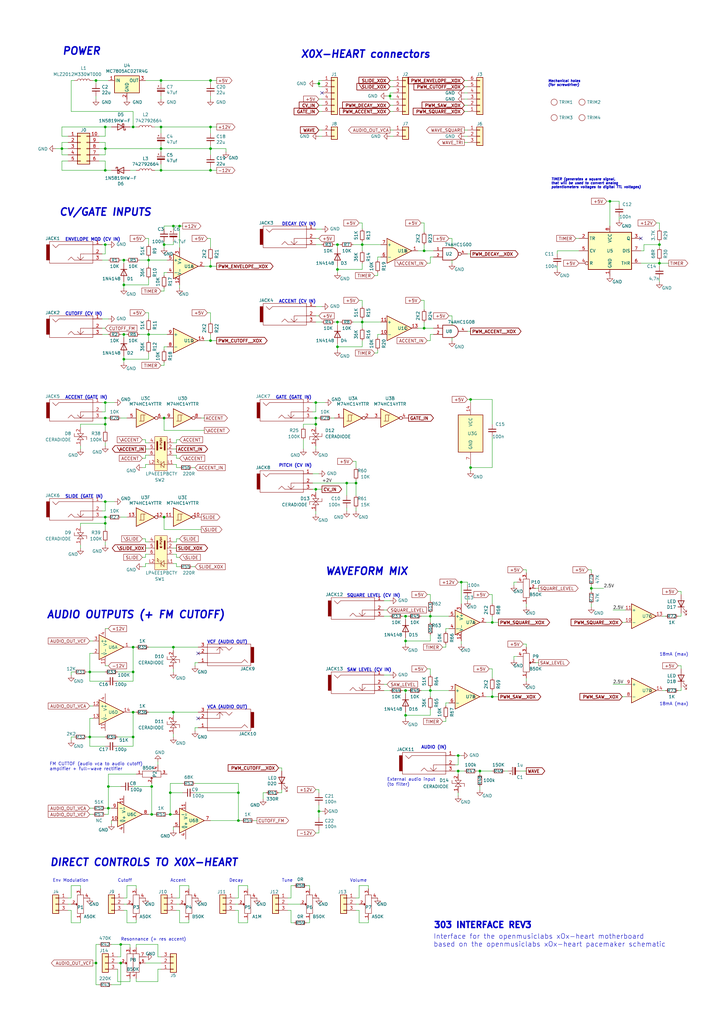
<source format=kicad_sch>
(kicad_sch (version 20231120) (generator "eeschema") (generator_version "8.0")
  (paper "A3" portrait)
  (junction (at 67.31 212.09))
  (junction (at 176.53 283.21))
  (junction (at 138.43 100.33))
  (junction (at 67.31 171.45))
  (junction (at 62.23 334.01))
  (junction (at 60.96 106.68))
  (junction (at 129.54 200.66))
  (junction (at 44.45 322.58))
  (junction (at 86.36 109.22))
  (junction (at 86.36 69.85))
  (junction (at 129.54 165.1))
  (junction (at 129.54 171.45))
  (junction (at 43.18 60.96))
  (junction (at 50.8 137.16))
  (junction (at 71.12 92.71))
  (junction (at 130.81 332.74))
  (junction (at 25.4 60.96))
  (junction (at 189.23 238.76))
  (junction (at 36.83 275.59))
  (junction (at 146.05 198.12))
  (junction (at 86.36 60.96))
  (junction (at 43.18 52.07))
  (junction (at 193.04 191.77))
  (junction (at 54.61 302.26))
  (junction (at 54.61 52.07))
  (junction (at 148.59 100.33))
  (junction (at 86.36 139.7))
  (junction (at 138.43 142.24))
  (junction (at 54.61 265.43))
  (junction (at 43.18 173.99))
  (junction (at 97.79 325.12))
  (junction (at 62.23 322.58))
  (junction (at 148.59 132.08))
  (junction (at 166.37 252.73))
  (junction (at 50.8 106.68))
  (junction (at 130.81 34.29))
  (junction (at 71.12 265.43))
  (junction (at 166.37 293.37))
  (junction (at 50.8 147.32))
  (junction (at 43.18 214.63))
  (junction (at 196.85 316.23))
  (junction (at 73.66 92.71))
  (junction (at 66.04 69.85))
  (junction (at 43.18 165.1))
  (junction (at 160.02 39.37))
  (junction (at 166.37 262.89))
  (junction (at 54.61 292.1))
  (junction (at 187.96 316.23))
  (junction (at 173.99 102.87))
  (junction (at 129.54 173.99))
  (junction (at 270.51 107.95))
  (junction (at 201.93 285.75))
  (junction (at 187.96 309.88))
  (junction (at 67.31 100.33))
  (junction (at 270.51 100.33))
  (junction (at 138.43 110.49))
  (junction (at 49.53 387.35))
  (junction (at 39.37 33.02))
  (junction (at 43.18 205.74))
  (junction (at 97.79 336.55))
  (junction (at 43.18 212.09))
  (junction (at 201.93 255.27))
  (junction (at 36.83 302.26))
  (junction (at 173.99 134.62))
  (junction (at 44.45 331.47))
  (junction (at 49.53 394.97))
  (junction (at 69.85 334.01))
  (junction (at 193.04 163.83))
  (junction (at 166.37 283.21))
  (junction (at 86.36 33.02))
  (junction (at 43.18 100.33))
  (junction (at 69.85 325.12))
  (junction (at 86.36 52.07))
  (junction (at 71.12 292.1))
  (junction (at 60.96 137.16))
  (junction (at 66.04 33.02))
  (junction (at 50.8 116.84))
  (junction (at 176.53 252.73))
  (junction (at 54.61 275.59))
  (junction (at 39.37 394.97))
  (junction (at 250.19 82.55))
  (junction (at 43.18 171.45))
  (junction (at 43.18 69.85))
  (junction (at 138.43 132.08))
  (junction (at 142.24 198.12))
  (junction (at 242.57 241.3))
  (junction (at 66.04 52.07))
  (junction (at 66.04 60.96))
  (no_connect (at 355.6 55.88))
  (no_connect (at 81.28 267.97))
  (no_connect (at 132.08 38.1))
  (no_connect (at 81.28 294.64))
  (no_connect (at 262.89 97.79))
  (wire (pts (xy 97.79 378.46) (xy 97.79 373.38)))
  (wire (pts (xy 50.8 115.57) (xy 50.8 116.84)))
  (wire (pts (xy 50.8 137.16) (xy 50.8 138.43)))
  (wire (pts (xy 190.5 38.1) (xy 191.77 38.1)))
  (wire (pts (xy 72.39 227.33) (xy 71.12 227.33)))
  (wire (pts (xy 270.51 106.68) (xy 270.51 107.95)))
  (wire (pts (xy 72.39 370.84) (xy 73.66 370.84)))
  (wire (pts (xy 130.81 332.74) (xy 130.81 335.28)))
  (wire (pts (xy 128.27 194.31) (xy 130.81 194.31)))
  (wire (pts (xy 120.65 378.46) (xy 119.38 378.46)))
  (wire (pts (xy 50.8 147.32) (xy 50.8 148.59)))
  (wire (pts (xy 45.72 387.35) (xy 49.53 387.35)))
  (wire (pts (xy 58.42 220.98) (xy 59.69 220.98)))
  (wire (pts (xy 52.07 373.38) (xy 50.8 373.38)))
  (wire (pts (xy 138.43 100.33) (xy 138.43 101.6)))
  (wire (pts (xy 185.42 97.79) (xy 185.42 101.6)))
  (wire (pts (xy 60.96 137.16) (xy 60.96 139.7)))
  (wire (pts (xy 176.53 290.83) (xy 176.53 293.37)))
  (wire (pts (xy 86.36 109.22) (xy 86.36 106.68)))
  (wire (pts (xy 50.8 106.68) (xy 50.8 107.95)))
  (wire (pts (xy 97.79 321.31) (xy 97.79 325.12)))
  (wire (pts (xy 148.59 123.19) (xy 148.59 125.73)))
  (wire (pts (xy 29.21 378.46) (xy 29.21 373.38)))
  (wire (pts (xy 147.32 378.46) (xy 147.32 373.38)))
  (wire (pts (xy 185.42 138.43) (xy 185.42 139.7)))
  (wire (pts (xy 248.92 82.55) (xy 250.19 82.55)))
  (wire (pts (xy 67.31 148.59) (xy 67.31 149.86)))
  (wire (pts (xy 36.83 331.47) (xy 38.1 331.47)))
  (wire (pts (xy 48.26 279.4) (xy 54.61 279.4)))
  (wire (pts (xy 68.58 142.24) (xy 67.31 142.24)))
  (wire (pts (xy 160.02 43.18) (xy 161.29 43.18)))
  (wire (pts (xy 77.47 377.19) (xy 77.47 378.46)))
  (wire (pts (xy 129.54 34.29) (xy 130.81 34.29)))
  (wire (pts (xy 151.13 377.19) (xy 151.13 378.46)))
  (wire (pts (xy 142.24 198.12) (xy 146.05 198.12)))
  (wire (pts (xy 219.71 241.3) (xy 220.98 241.3)))
  (wire (pts (xy 33.02 215.9) (xy 33.02 214.63)))
  (wire (pts (xy 54.61 265.43) (xy 54.61 275.59)))
  (wire (pts (xy 41.91 137.16) (xy 44.45 137.16)))
  (wire (pts (xy 171.45 134.62) (xy 173.99 134.62)))
  (wire (pts (xy 196.85 316.23) (xy 196.85 317.5)))
  (wire (pts (xy 156.21 105.41) (xy 154.94 105.41)))
  (wire (pts (xy 124.46 180.34) (xy 124.46 184.15)))
  (wire (pts (xy 59.69 232.41) (xy 59.69 231.14)))
  (wire (pts (xy 101.6 377.19) (xy 101.6 378.46)))
  (wire (pts (xy 60.96 190.5) (xy 59.69 190.5)))
  (wire (pts (xy 251.46 280.67) (xy 256.54 280.67)))
  (wire (pts (xy 55.88 401.32) (xy 55.88 402.59)))
  (wire (pts (xy 175.26 274.32) (xy 176.53 274.32)))
  (wire (pts (xy 48.26 275.59) (xy 54.61 275.59)))
  (wire (pts (xy 201.93 274.32) (xy 201.93 278.13)))
  (wire (pts (xy 210.82 238.76) (xy 210.82 240.03)))
  (wire (pts (xy 138.43 110.49) (xy 138.43 111.76)))
  (wire (pts (xy 142.24 208.28) (xy 142.24 209.55)))
  (wire (pts (xy 67.31 111.76) (xy 67.31 113.03)))
  (wire (pts (xy 52.07 378.46) (xy 52.07 373.38)))
  (wire (pts (xy 39.37 403.86) (xy 40.64 403.86)))
  (wire (pts (xy 43.18 205.74) (xy 46.99 205.74)))
  (wire (pts (xy 101.6 363.22) (xy 101.6 364.49)))
  (wire (pts (xy 71.12 339.09) (xy 71.12 340.36)))
  (wire (pts (xy 119.38 363.22) (xy 119.38 368.3)))
  (wire (pts (xy 115.57 325.12) (xy 114.3 325.12)))
  (wire (pts (xy 242.57 233.68) (xy 242.57 234.95)))
  (wire (pts (xy 72.39 184.15) (xy 71.12 184.15)))
  (wire (pts (xy 55.88 265.43) (xy 54.61 265.43)))
  (wire (pts (xy 73.66 363.22) (xy 77.47 363.22)))
  (wire (pts (xy 213.36 316.23) (xy 215.9 316.23)))
  (wire (pts (xy 80.01 321.31) (xy 97.79 321.31)))
  (wire (pts (xy 109.22 325.12) (xy 107.95 325.12)))
  (wire (pts (xy 270.51 107.95) (xy 270.51 109.22)))
  (wire (pts (xy 166.37 293.37) (xy 166.37 294.64)))
  (wire (pts (xy 96.52 368.3) (xy 97.79 368.3)))
  (wire (pts (xy 166.37 293.37) (xy 176.53 293.37)))
  (wire (pts (xy 72.39 186.69) (xy 72.39 187.96)))
  (wire (pts (xy 186.69 316.23) (xy 187.96 316.23)))
  (wire (pts (xy 48.26 392.43) (xy 49.53 392.43)))
  (wire (pts (xy 184.15 257.81) (xy 182.88 257.81)))
  (wire (pts (xy 55.88 387.35) (xy 55.88 388.62)))
  (wire (pts (xy 127 378.46) (xy 125.73 378.46)))
  (wire (pts (xy 43.18 302.26) (xy 36.83 302.26)))
  (wire (pts (xy 196.85 316.23) (xy 201.93 316.23)))
  (wire (pts (xy 176.53 251.46) (xy 176.53 252.73)))
  (wire (pts (xy 49.53 394.97) (xy 49.53 403.86)))
  (wire (pts (xy 191.77 245.11) (xy 191.77 246.38)))
  (wire (pts (xy 86.36 128.27) (xy 86.36 132.08)))
  (wire (pts (xy 215.9 247.65) (xy 215.9 248.92)))
  (wire (pts (xy 67.31 217.17) (xy 67.31 212.09)))
  (wire (pts (xy 151.13 378.46) (xy 147.32 378.46)))
  (wire (pts (xy 29.21 275.59) (xy 29.21 276.86)))
  (wire (pts (xy 115.57 323.85) (xy 115.57 325.12)))
  (wire (pts (xy 157.48 283.21) (xy 160.02 283.21)))
  (wire (pts (xy 39.37 34.29) (xy 39.37 33.02)))
  (wire (pts (xy 66.04 33.02) (xy 66.04 34.29)))
  (wire (pts (xy 66.04 52.07) (xy 66.04 54.61)))
  (wire (pts (xy 219.71 271.78) (xy 220.98 271.78)))
  (wire (pts (xy 154.94 143.51) (xy 154.94 144.78)))
  (wire (pts (xy 54.61 292.1) (xy 55.88 292.1)))
  (wire (pts (xy 36.83 289.56) (xy 38.1 289.56)))
  (wire (pts (xy 50.8 368.3) (xy 52.07 368.3)))
  (wire (pts (xy 57.15 106.68) (xy 60.96 106.68)))
  (wire (pts (xy 97.79 363.22) (xy 101.6 363.22)))
  (wire (pts (xy 59.69 227.33) (xy 60.96 227.33)))
  (wire (pts (xy 186.69 313.69) (xy 187.96 313.69)))
  (wire (pts (xy 191.77 163.83) (xy 193.04 163.83)))
  (wire (pts (xy 53.34 292.1) (xy 54.61 292.1)))
  (wire (pts (xy 43.18 60.96) (xy 66.04 60.96)))
  (wire (pts (xy 43.18 182.88) (xy 43.18 181.61)))
  (wire (pts (xy 43.18 66.04) (xy 40.64 66.04)))
  (wire (pts (xy 29.21 275.59) (xy 30.48 275.59)))
  (wire (pts (xy 60.96 265.43) (xy 71.12 265.43)))
  (wire (pts (xy 50.8 116.84) (xy 60.96 116.84)))
  (wire (pts (xy 29.21 33.02) (xy 30.48 33.02)))
  (wire (pts (xy 85.09 97.79) (xy 86.36 97.79)))
  (wire (pts (xy 54.61 292.1) (xy 54.61 302.26)))
  (wire (pts (xy 193.04 165.1) (xy 193.04 163.83)))
  (wire (pts (xy 154.94 144.78) (xy 153.67 144.78)))
  (wire (pts (xy 148.59 132.08) (xy 148.59 134.62)))
  (wire (pts (xy 45.72 336.55) (xy 45.72 337.82)))
  (wire (pts (xy 41.91 100.33) (xy 43.18 100.33)))
  (wire (pts (xy 35.56 302.26) (xy 36.83 302.26)))
  (wire (pts (xy 156.21 137.16) (xy 154.94 137.16)))
  (wire (pts (xy 129.54 200.66) (xy 132.08 200.66)))
  (wire (pts (xy 166.37 283.21) (xy 166.37 284.48)))
  (wire (pts (xy 146.05 368.3) (xy 147.32 368.3)))
  (wire (pts (xy 148.59 107.95) (xy 148.59 110.49)))
  (wire (pts (xy 270.51 114.3) (xy 270.51 115.57)))
  (wire (pts (xy 74.93 92.71) (xy 73.66 92.71)))
  (wire (pts (xy 97.79 378.46) (xy 101.6 378.46)))
  (wire (pts (xy 190.5 43.18) (xy 191.77 43.18)))
  (wire (pts (xy 177.8 137.16) (xy 176.53 137.16)))
  (wire (pts (xy 33.02 223.52) (xy 33.02 224.79)))
  (wire (pts (xy 200.66 274.32) (xy 201.93 274.32)))
  (wire (pts (xy 55.88 377.19) (xy 55.88 378.46)))
  (wire (pts (xy 191.77 135.89) (xy 193.04 135.89)))
  (wire (pts (xy 29.21 45.72) (xy 29.21 33.02)))
  (wire (pts (xy 129.54 100.33) (xy 132.08 100.33)))
  (wire (pts (xy 171.45 102.87) (xy 173.99 102.87)))
  (wire (pts (xy 43.18 223.52) (xy 43.18 222.25)))
  (wire (pts (xy 68.58 111.76) (xy 67.31 111.76)))
  (wire (pts (xy 182.88 257.81) (xy 182.88 259.08)))
  (wire (pts (xy 187.96 317.5) (xy 187.96 316.23)))
  (wire (pts (xy 41.91 106.68) (xy 44.45 106.68)))
  (wire (pts (xy 74.93 325.12) (xy 69.85 325.12)))
  (wire (pts (xy 130.81 34.29) (xy 130.81 35.56)))
  (wire (pts (xy 176.53 105.41) (xy 176.53 107.95)))
  (wire (pts (xy 33.02 378.46) (xy 33.02 377.19)))
  (wire (pts (xy 255.27 285.75) (xy 256.54 285.75)))
  (wire (pts (xy 175.26 243.84) (xy 176.53 243.84)))
  (wire (pts (xy 66.04 67.31) (xy 66.04 69.85)))
  (wire (pts (xy 69.85 334.01) (xy 71.12 334.01)))
  (wire (pts (xy 74.93 321.31) (xy 69.85 321.31)))
  (wire (pts (xy 138.43 142.24) (xy 138.43 143.51)))
  (wire (pts (xy 63.5 52.07) (xy 66.04 52.07)))
  (wire (pts (xy 50.8 106.68) (xy 52.07 106.68)))
  (wire (pts (xy 71.12 293.37) (xy 71.12 292.1)))
  (wire (pts (xy 210.82 269.24) (xy 210.82 270.51)))
  (wire (pts (xy 50.8 137.16) (xy 52.07 137.16)))
  (wire (pts (xy 25.4 63.5) (xy 25.4 60.96)))
  (wire (pts (xy 172.72 283.21) (xy 176.53 283.21)))
  (wire (pts (xy 242.57 247.65) (xy 242.57 248.92)))
  (wire (pts (xy 160.02 33.02) (xy 161.29 33.02)))
  (wire (pts (xy 71.12 231.14) (xy 72.39 231.14)))
  (wire (pts (xy 129.54 93.98) (xy 132.08 93.98)))
  (wire (pts (xy 128.27 171.45) (xy 129.54 171.45)))
  (wire (pts (xy 59.69 97.79) (xy 60.96 97.79)))
  (wire (pts (xy 25.4 55.88) (xy 25.4 52.07)))
  (wire (pts (xy 72.39 224.79) (xy 71.12 224.79)))
  (wire (pts (xy 176.53 283.21) (xy 176.53 285.75)))
  (wire (pts (xy 187.96 238.76) (xy 189.23 238.76)))
  (wire (pts (xy 124.46 173.99) (xy 129.54 173.99)))
  (wire (pts (xy 158.75 39.37) (xy 160.02 39.37)))
  (wire (pts (xy 189.23 238.76) (xy 189.23 247.65)))
  (wire (pts (xy 59.69 394.97) (xy 66.04 394.97)))
  (wire (pts (xy 264.16 100.33) (xy 264.16 102.87)))
  (wire (pts (xy 49.53 106.68) (xy 50.8 106.68)))
  (wire (pts (xy 41.91 104.14) (xy 43.18 104.14)))
  (wire (pts (xy 80.01 325.12) (xy 97.79 325.12)))
  (wire (pts (xy 59.69 187.96) (xy 59.69 186.69)))
  (wire (pts (xy 137.16 132.08) (xy 138.43 132.08)))
  (wire (pts (xy 255.27 255.27) (xy 256.54 255.27)))
  (wire (pts (xy 60.96 97.79) (xy 60.96 100.33)))
  (wire (pts (xy 25.4 66.04) (xy 25.4 69.85)))
  (wire (pts (xy 50.8 116.84) (xy 50.8 118.11)))
  (wire (pts (xy 43.18 69.85) (xy 43.18 66.04)))
  (wire (pts (xy 182.88 295.91) (xy 181.61 295.91)))
  (wire (pts (xy 190.5 35.56) (xy 191.77 35.56)))
  (wire (pts (xy 83.82 171.45) (xy 82.55 171.45)))
  (wire (pts (xy 187.96 316.23) (xy 190.5 316.23)))
  (wire (pts (xy 166.37 292.1) (xy 166.37 293.37)))
  (wire (pts (xy 44.45 100.33) (xy 43.18 100.33)))
  (wire (pts (xy 60.96 184.15) (xy 59.69 184.15)))
  (wire (pts (xy 172.72 123.19) (xy 173.99 123.19)))
  (wire (pts (xy 129.54 173.99) (xy 129.54 175.26)))
  (wire (pts (xy 69.85 325.12) (xy 69.85 334.01)))
  (wire (pts (xy 77.47 363.22) (xy 77.47 364.49)))
  (wire (pts (xy 86.36 336.55) (xy 97.79 336.55)))
  (wire (pts (xy 86.36 54.61) (xy 86.36 52.07)))
  (wire (pts (xy 86.36 52.07) (xy 88.9 52.07)))
  (wire (pts (xy 71.12 93.98) (xy 71.12 92.71)))
  (wire (pts (xy 33.02 182.88) (xy 33.02 184.15)))
  (wire (pts (xy 50.8 370.84) (xy 52.07 370.84)))
  (wire (pts (xy 66.04 33.02) (xy 86.36 33.02)))
  (wire (pts (xy 54.61 265.43) (xy 53.34 265.43)))
  (wire (pts (xy 128.27 198.12) (xy 142.24 198.12)))
  (wire (pts (xy 199.39 255.27) (xy 201.93 255.27)))
  (wire (pts (xy 279.4 252.73) (xy 278.13 252.73)))
  (wire (pts (xy 53.34 69.85) (xy 55.88 69.85)))
  (wire (pts (xy 29.21 302.26) (xy 29.21 303.53)))
  (wire (pts (xy 130.81 35.56) (xy 132.08 35.56)))
  (wire (pts (xy 73.66 378.46) (xy 73.66 373.38)))
  (wire (pts (xy 43.18 69.85) (xy 45.72 69.85)))
  (wire (pts (xy 29.21 378.46) (xy 33.02 378.46)))
  (wire (pts (xy 193.04 163.83) (xy 201.93 163.83)))
  (wire (pts (xy 173.99 134.62) (xy 173.99 132.08)))
  (wire (pts (xy 58.42 187.96) (xy 59.69 187.96)))
  (wire (pts (xy 64.77 397.51) (xy 66.04 397.51)))
  (wire (pts (xy 175.26 139.7) (xy 176.53 139.7)))
  (wire (pts (xy 73.66 378.46) (xy 77.47 378.46)))
  (wire (pts (xy 187.96 313.69) (xy 187.96 309.88)))
  (wire (pts (xy 242.57 241.3) (xy 242.57 242.57)))
  (wire (pts (xy 176.53 252.73) (xy 184.15 252.73)))
  (wire (pts (xy 64.77 392.43) (xy 64.77 387.35)))
  (wire (pts (xy 154.94 105.41) (xy 154.94 106.68)))
  (wire (pts (xy 72.39 190.5) (xy 72.39 191.77)))
  (wire (pts (xy 144.78 132.08) (xy 148.59 132.08)))
  (wire (pts (xy 228.6 102.87) (xy 228.6 104.14)))
  (wire (pts (xy 187.96 325.12) (xy 187.96 326.39)))
  (wire (pts (xy 29.21 363.22) (xy 29.21 368.3)))
  (wire (pts (xy 86.36 59.69) (xy 86.36 60.96)))
  (wire (pts (xy 97.79 363.22) (xy 97.79 368.3)))
  (wire (pts (xy 62.23 322.58) (xy 62.23 334.01)))
  (wire (pts (xy 43.18 212.09) (xy 44.45 212.09)))
  (wire (pts (xy 67.31 149.86) (xy 66.04 149.86)))
  (wire (pts (xy 36.83 306.07) (xy 43.18 306.07)))
  (wire (pts (xy 49.53 171.45) (xy 52.07 171.45)))
  (wire (pts (xy 43.18 52.07) (xy 45.72 52.07)))
  (wire (pts (xy 53.34 401.32) (xy 53.34 402.59)))
  (wire (pts (xy 115.57 314.96) (xy 115.57 316.23)))
  (wire (pts (xy 241.3 233.68) (xy 242.57 233.68)))
  (wire (pts (xy 148.59 100.33) (xy 148.59 102.87)))
  (wire (pts (xy 86.36 60.96) (xy 92.71 60.96)))
  (wire (pts (xy 190.5 40.64) (xy 191.77 40.64)))
  (wire (pts (xy 71.12 92.71) (xy 67.31 92.71)))
  (wire (pts (xy 166.37 261.62) (xy 166.37 262.89)))
  (wire (pts (xy 129.54 125.73) (xy 132.08 125.73)))
  (wire (pts (xy 41.91 168.91) (xy 43.18 168.91)))
  (wire (pts (xy 83.82 139.7) (xy 86.36 139.7)))
  (wire (pts (xy 73.66 116.84) (xy 73.66 118.11)))
  (wire (pts (xy 212.09 238.76) (xy 210.82 238.76)))
  (wire (pts (xy 146.05 198.12) (xy 146.05 203.2)))
  (wire (pts (xy 48.26 394.97) (xy 49.53 394.97)))
  (wire (pts (xy 67.31 142.24) (xy 67.31 143.51)))
  (wire (pts (xy 173.99 91.44) (xy 173.99 95.25)))
  (wire (pts (xy 43.18 165.1) (xy 46.99 165.1)))
  (wire (pts (xy 43.18 55.88) (xy 43.18 52.07)))
  (wire (pts (xy 29.21 302.26) (xy 30.48 302.26)))
  (wire (pts (xy 154.94 137.16) (xy 154.94 138.43)))
  (wire (pts (xy 43.18 168.91) (xy 43.18 165.1)))
  (wire (pts (xy 129.54 209.55) (xy 129.54 210.82)))
  (wire (pts (xy 138.43 109.22) (xy 138.43 110.49)))
  (wire (pts (xy 176.53 243.84) (xy 176.53 246.38)))
  (wire (pts (xy 48.26 302.26) (xy 54.61 302.26)))
  (wire (pts (xy 119.38 378.46) (xy 119.38 373.38)))
  (wire (pts (xy 66.04 39.37) (xy 66.04 40.64)))
  (wire (pts (xy 127 363.22) (xy 127 364.49)))
  (wire (pts (xy 40.64 60.96) (xy 43.18 60.96)))
  (wire (pts (xy 165.1 283.21) (xy 166.37 283.21)))
  (wire (pts (xy 59.69 186.69) (xy 60.96 186.69)))
  (wire (pts (xy 43.18 173.99) (xy 43.18 176.53)))
  (wire (pts (xy 138.43 140.97) (xy 138.43 142.24)))
  (wire (pts (xy 80.01 271.78) (xy 80.01 273.05)))
  (wire (pts (xy 58.42 180.34) (xy 59.69 180.34)))
  (wire (pts (xy 86.36 34.29) (xy 86.36 33.02)))
  (wire (pts (xy 59.69 128.27) (xy 60.96 128.27)))
  (wire (pts (xy 138.43 110.49) (xy 148.59 110.49)))
  (wire (pts (xy 176.53 274.32) (xy 176.53 276.86)))
  (wire (pts (xy 71.12 92.71) (xy 73.66 92.71)))
  (wire (pts (xy 33.02 214.63) (xy 43.18 214.63)))
  (wire (pts (xy 43.18 171.45) (xy 43.18 173.99)))
  (wire (pts (xy 66.04 69.85) (xy 86.36 69.85)))
  (wire (pts (xy 279.4 283.21) (xy 278.13 283.21)))
  (wire (pts (xy 27.94 66.04) (xy 25.4 66.04)))
  (wire (pts (xy 97.79 325.12) (xy 97.79 336.55)))
  (wire (pts (xy 118.11 368.3) (xy 119.38 368.3)))
  (wire (pts (xy 242.57 241.3) (xy 247.65 241.3)))
  (wire (pts (xy 72.39 187.96) (xy 73.66 187.96)))
  (wire (pts (xy 132.08 43.18) (xy 130.81 43.18)))
  (wire (pts (xy 166.37 262.89) (xy 166.37 264.16)))
  (wire (pts (xy 66.04 59.69) (xy 66.04 60.96)))
  (wire (pts (xy 80.01 298.45) (xy 80.01 299.72)))
  (wire (pts (xy 59.69 190.5) (xy 59.69 191.77)))
  (wire (pts (xy 67.31 100.33) (xy 67.31 101.6)))
  (wire (pts (xy 38.1 33.02) (xy 39.37 33.02)))
  (wire (pts (xy 59.69 220.98) (xy 59.69 222.25)))
  (wire (pts (xy 86.36 33.02) (xy 88.9 33.02)))
  (wire (pts (xy 40.64 63.5) (xy 43.18 63.5)))
  (wire (pts (xy 138.43 132.08) (xy 138.43 133.35)))
  (wire (pts (xy 27.94 55.88) (xy 25.4 55.88)))
  (wire (pts (xy 52.07 363.22) (xy 55.88 363.22)))
  (wire (pts (xy 190.5 55.88) (xy 191.77 55.88)))
  (wire (pts (xy 60.96 144.78) (xy 60.96 147.32)))
  (wire (pts (xy 40.64 387.35) (xy 39.37 387.35)))
  (wire (pts (xy 190.5 53.34) (xy 191.77 53.34)))
  (wire (pts (xy 25.4 58.42) (xy 25.4 60.96)))
  (wire (pts (xy 38.1 267.97) (xy 36.83 267.97)))
  (wire (pts (xy 271.78 252.73) (xy 273.05 252.73)))
  (wire (pts (xy 201.93 179.07) (xy 201.93 191.77)))
  (wire (pts (xy 278.13 273.05) (xy 279.4 273.05)))
  (wire (pts (xy 25.4 60.96) (xy 27.94 60.96)))
  (wire (pts (xy 59.69 181.61) (xy 60.96 181.61)))
  (wire (pts (xy 44.45 331.47) (xy 45.72 331.47)))
  (wire (pts (xy 71.12 274.32) (xy 71.12 275.59)))
  (wire (pts (xy 49.53 322.58) (xy 44.45 322.58)))
  (wire (pts (xy 148.59 130.81) (xy 148.59 132.08)))
  (wire (pts (xy 38.1 294.64) (xy 36.83 294.64)))
  (wire (pts (xy 44.45 322.58) (xy 44.45 331.47)))
  (wire (pts (xy 59.69 228.6) (xy 59.69 227.33)))
  (wire (pts (xy 138.43 142.24) (xy 148.59 142.24)))
  (wire (pts (xy 71.12 186.69) (xy 72.39 186.69)))
  (wire (pts (xy 66.04 52.07) (xy 86.36 52.07)))
  (wire (pts (xy 132.08 33.02) (xy 130.81 33.02)))
  (wire (pts (xy 43.18 209.55) (xy 43.18 205.74)))
  (wire (pts (xy 129.54 132.08) (xy 132.08 132.08)))
  (wire (pts (xy 193.04 193.04) (xy 193.04 191.77)))
  (wire (pts (xy 104.14 336.55) (xy 105.41 336.55)))
  (wire (pts (xy 97.79 373.38) (xy 96.52 373.38)))
  (wire (pts (xy 146.05 370.84) (xy 147.32 370.84)))
  (wire (pts (xy 72.39 191.77) (xy 73.66 191.77)))
  (wire (pts (xy 43.18 171.45) (xy 44.45 171.45)))
  (wire (pts (xy 166.37 252.73) (xy 166.37 254)))
  (wire (pts (xy 262.89 107.95) (xy 270.51 107.95)))
  (wire (pts (xy 132.08 332.74) (xy 130.81 332.74)))
  (wire (pts (xy 82.55 217.17) (xy 67.31 217.17)))
  (wire (pts (xy 151.13 363.22) (xy 151.13 364.49)))
  (wire (pts (xy 36.83 294.64) (xy 36.83 302.26)))
  (wire (pts (xy 191.77 238.76) (xy 191.77 240.03)))
  (wire (pts (xy 41.91 134.62) (xy 43.18 134.62)))
  (wire (pts (xy 127 377.19) (xy 127 378.46)))
  (wire (pts (xy 128.27 168.91) (xy 129.54 168.91)))
  (wire (pts (xy 44.45 257.81) (xy 43.18 257.81)))
  (wire (pts (xy 60.96 334.01) (xy 62.23 334.01)))
  (wire (pts (xy 54.61 322.58) (xy 62.23 322.58)))
  (wire (pts (xy 86.36 97.79) (xy 86.36 101.6)))
  (wire (pts (xy 190.5 58.42) (xy 191.77 58.42)))
  (wire (pts (xy 29.21 363.22) (xy 33.02 363.22)))
  (wire (pts (xy 193.04 191.77) (xy 193.04 190.5)))
  (wire (pts (xy 48.26 397.51) (xy 48.26 402.59)))
  (wire (pts (xy 250.19 82.55) (xy 254 82.55)))
  (wire (pts (xy 135.89 171.45) (xy 137.16 171.45)))
  (wire (pts (xy 228.6 102.87) (xy 237.49 102.87)))
  (wire (pts (xy 59.69 231.14) (xy 60.96 231.14)))
  (wire (pts (xy 182.88 294.64) (xy 182.88 295.91)))
  (wire (pts (xy 53.34 387.35) (xy 53.34 388.62)))
  (wire (pts (xy 182.88 265.43) (xy 181.61 265.43)))
  (wire (pts (xy 138.43 132.08) (xy 139.7 132.08)))
  (wire (pts (xy 185.42 106.68) (xy 185.42 107.95)))
  (wire (pts (xy 67.31 99.06) (xy 67.31 100.33)))
  (wire (pts (xy 39.37 387.35) (xy 39.37 394.97)))
  (wire (pts (xy 158.75 250.19) (xy 157.48 250.19)))
  (wire (pts (xy 55.88 402.59) (xy 64.77 402.59)))
  (wire (pts (xy 254 82.55) (xy 254 83.82)))
  (wire (pts (xy 130.81 40.64) (xy 132.08 40.64)))
  (wire (pts (xy 129.54 165.1) (xy 133.35 165.1)))
  (wire (pts (xy 176.53 260.35) (xy 176.53 262.89)))
  (wire (pts (xy 129.54 171.45) (xy 130.81 171.45)))
  (wire (pts (xy 66.04 60.96) (xy 66.04 62.23)))
  (wire (pts (xy 146.05 208.28) (xy 146.05 209.55)))
  (wire (pts (xy 215.9 264.16) (xy 215.9 265.43)))
  (wire (pts (xy 130.81 323.85) (xy 129.54 323.85)))
  (wire (pts (xy 160.02 38.1) (xy 161.29 38.1)))
  (wire (pts (xy 73.66 373.38) (xy 72.39 373.38)))
  (wire (pts (xy 63.5 69.85) (xy 66.04 69.85)))
  (wire (pts (xy 120.65 363.22) (xy 119.38 363.22)))
  (wire (pts (xy 43.18 212.09) (xy 43.18 214.63)))
  (wire (pts (xy 254 88.9) (xy 254 90.17)))
  (wire (pts (xy 39.37 33.02) (xy 44.45 33.02)))
  (wire (pts (xy 44.45 273.05) (xy 43.18 273.05)))
  (wire (pts (xy 41.91 171.45) (xy 43.18 171.45)))
  (wire (pts (xy 67.31 176.53) (xy 67.31 171.45)))
  (wire (pts (xy 49.53 387.35) (xy 53.34 387.35)))
  (wire (pts (xy 60.96 105.41) (xy 60.96 106.68)))
  (wire (pts (xy 66.04 392.43) (xy 64.77 392.43)))
  (wire (pts (xy 49.53 212.09) (xy 52.07 212.09)))
  (wire (pts (xy 129.54 97.79) (xy 130.81 97.79)))
  (wire (pts (xy 80.01 271.78) (xy 81.28 271.78)))
  (wire (pts (xy 147.32 363.22) (xy 147.32 368.3)))
  (wire (pts (xy 54.61 306.07) (xy 54.61 302.26)))
  (wire (pts (xy 55.88 363.22) (xy 55.88 364.49)))
  (wire (pts (xy 214.63 264.16) (xy 215.9 264.16)))
  (wire (pts (xy 27.94 63.5) (xy 25.4 63.5)))
  (wire (pts (xy 278.13 242.57) (xy 279.4 242.57)))
  (wire (pts (xy 55.88 317.5) (xy 44.45 317.5)))
  (wire (pts (xy 160.02 38.1) (xy 160.02 39.37)))
  (wire (pts (xy 54.61 52.07) (xy 54.61 45.72)))
  (wire (pts (xy 72.39 368.3) (xy 73.66 368.3)))
  (wire (pts (xy 215.9 233.68) (xy 215.9 234.95)))
  (wire (pts (xy 212.09 269.24) (xy 210.82 269.24)))
  (wire (pts (xy 80.01 298.45) (xy 81.28 298.45)))
  (wire (pts (xy 86.36 39.37) (xy 86.36 40.64)))
  (wire (pts (xy 27.94 58.42) (xy 25.4 58.42)))
  (wire (pts (xy 52.07 378.46) (xy 55.88 378.46)))
  (wire (pts (xy 72.39 220.98) (xy 72.39 222.25)))
  (wire (pts (xy 160.02 55.88) (xy 161.29 55.88)))
  (wire (pts (xy 36.83 267.97) (xy 36.83 275.59)))
  (wire (pts (xy 60.96 224.79) (xy 59.69 224.79)))
  (wire (pts (xy 71.12 100.33) (xy 71.12 99.06)))
  (wire (pts (xy 279.4 273.05) (xy 279.4 274.32)))
  (wire (pts (xy 71.12 181.61) (xy 72.39 181.61)))
  (wire (pts (xy 97.79 336.55) (xy 99.06 336.55)))
  (wire (pts (xy 72.39 181.61) (xy 72.39 180.34)))
  (wire (pts (xy 67.31 176.53) (xy 83.82 176.53)))
  (wire (pts (xy 269.24 91.44) (xy 270.51 91.44)))
  (wire (pts (xy 59.69 191.77) (xy 58.42 191.77)))
  (wire (pts (xy 54.61 52.07) (xy 55.88 52.07)))
  (wire (pts (xy 184.15 97.79) (xy 185.42 97.79)))
  (wire (pts (xy 73.66 363.22) (xy 73.66 368.3)))
  (wire (pts (xy 71.12 265.43) (xy 81.28 265.43)))
  (wire (pts (xy 48.26 306.07) (xy 54.61 306.07)))
  (wire (pts (xy 53.34 52.07) (xy 54.61 52.07)))
  (wire (pts (xy 58.42 228.6) (xy 59.69 228.6)))
  (wire (pts (xy 43.18 334.01) (xy 44.45 334.01)))
  (wire (pts (xy 190.5 33.02) (xy 191.77 33.02)))
  (wire (pts (xy 228.6 109.22) (xy 228.6 110.49)))
  (wire (pts (xy 50.8 146.05) (xy 50.8 147.32)))
  (wire (pts (xy 148.59 99.06) (xy 148.59 100.33)))
  (wire (pts (xy 176.53 252.73) (xy 176.53 255.27)))
  (wire (pts (xy 270.51 100.33) (xy 264.16 100.33)))
  (wire (pts (xy 137.16 100.33) (xy 138.43 100.33)))
  (wire (pts (xy 173.99 134.62) (xy 177.8 134.62)))
  (wire (pts (xy 124.46 175.26) (xy 124.46 173.99)))
  (wire (pts (xy 195.58 316.23) (xy 196.85 316.23)))
  (wire (pts (xy 41.91 212.09) (xy 43.18 212.09)))
  (wire (pts (xy 43.18 58.42) (xy 43.18 60.96)))
  (wire (pts (xy 279.4 251.46) (xy 279.4 252.73)))
  (wire (pts (xy 148.59 91.44) (xy 148.59 93.98)))
  (wire (pts (xy 25.4 69.85) (xy 43.18 69.85)))
  (wire (pts (xy 73.66 220.98) (xy 72.39 220.98)))
  (wire (pts (xy 40.64 58.42) (xy 43.18 58.42)))
  (wire (pts (xy 173.99 102.87) (xy 177.8 102.87)))
  (wire (pts (xy 130.81 341.63) (xy 130.81 340.36)))
  (wire (pts (xy 57.15 137.16) (xy 60.96 137.16)))
  (wire (pts (xy 130.81 55.88) (xy 132.08 55.88)))
  (wire (pts (xy 142.24 203.2) (xy 142.24 198.12)))
  (wire (pts (xy 73.66 228.6) (xy 72.39 228.6)))
  (wire (pts (xy 88.9 139.7) (xy 86.36 139.7)))
  (wire (pts (xy 43.18 279.4) (xy 36.83 279.4)))
  (wire (pts (xy 154.94 111.76) (xy 154.94 113.03)))
  (wire (pts (xy 129.54 129.54) (xy 130.81 129.54)))
  (wire (pts (xy 36.83 275.59) (xy 36.83 279.4)))
  (wire (pts (xy 270.51 91.44) (xy 270.51 93.98)))
  (wire (pts (xy 64.77 387.35) (xy 55.88 387.35)))
  (wire (pts (xy 182.88 288.29) (xy 182.88 289.56)))
  (wire (pts (xy 129.54 201.93) (xy 129.54 200.66)))
  (wire (pts (xy 190.5 45.72) (xy 191.77 45.72)))
  (wire (pts (xy 78.74 232.41) (xy 80.01 232.41)))
  (wire (pts (xy 41.91 209.55) (xy 43.18 209.55)))
  (wire (pts (xy 73.66 92.71) (xy 73.66 101.6)))
  (wire (pts (xy 157.48 276.86) (xy 160.02 276.86)))
  (wire (pts (xy 60.96 128.27) (xy 60.96 130.81)))
  (wire (pts (xy 148.59 139.7) (xy 148.59 142.24)))
  (wire (pts (xy 118.11 370.84) (xy 123.19 370.84)))
  (wire (pts (xy 107.95 325.12) (xy 107.95 327.66)))
  (wire (pts (xy 251.46 250.19) (xy 256.54 250.19)))
  (wire (pts (xy 96.52 370.84) (xy 97.79 370.84)))
  (wire (pts (xy 130.81 330.2) (xy 130.81 332.74)))
  (wire (pts (xy 39.37 394.97) (xy 38.1 394.97)))
  (wire (pts (xy 43.18 63.5) (xy 43.18 60.96)))
  (wire (pts (xy 214.63 233.68) (xy 215.9 233.68)))
  (wire (pts (xy 60.96 135.89) (xy 60.96 137.16)))
  (wire (pts (xy 146.05 189.23) (xy 146.05 191.77)))
  (wire (pts (xy 49.53 403.86) (xy 45.72 403.86)))
  (wire (pts (xy 207.01 316.23) (xy 208.28 316.23)))
  (wire (pts (xy 58.42 232.41) (xy 59.69 232.41)))
  (wire (pts (xy 67.31 92.71) (xy 67.31 93.98)))
  (wire (pts (xy 69.85 321.31) (xy 69.85 325.12)))
  (wire (pts (xy 72.39 228.6) (xy 72.39 227.33)))
  (wire (pts (xy 54.61 275.59) (xy 54.61 279.4)))
  (wire (pts (xy 157.48 252.73) (xy 160.02 252.73)))
  (wire (pts (xy 157.48 246.38) (xy 160.02 246.38)))
  (wire (pts (xy 147.32 91.44) (xy 148.59 91.44)))
  (wire (pts (xy 60.96 106.68) (xy 68.58 106.68)))
  (wire (pts (xy 184.15 129.54) (xy 185.42 129.54)))
  (wire (pts (xy 264.16 102.87) (xy 262.89 102.87)))
  (wire (pts (xy 236.22 97.79) (xy 237.49 97.79)))
  (wire (pts (xy 59.69 222.25) (xy 60.96 222.25)))
  (wire (pts (xy 130.81 341.63) (xy 129.54 341.63)))
  (wire (pts (xy 201.93 255.27) (xy 204.47 255.27)))
  (wire (pts (xy 184.15 288.29) (xy 182.88 288.29)))
  (wire (pts (xy 64.77 402.59) (xy 64.77 397.51)))
  (wire (pts (xy 185.42 129.54) (xy 185.42 133.35)))
  (wire (pts (xy 165.1 252.73) (xy 166.37 252.73)))
  (wire (pts (xy 67.31 119.38) (xy 66.04 119.38)))
  (wire (pts (xy 147.32 363.22) (xy 151.13 363.22)))
  (wire (pts (xy 39.37 394.97) (xy 39.37 403.86)))
  (wire (pts (xy 27.94 370.84) (xy 29.21 370.84)))
  (wire (pts (xy 173.99 102.87) (xy 173.99 100.33)))
  (wire (pts (xy 83.82 109.22) (xy 86.36 109.22)))
  (wire (pts (xy 43.18 275.59) (xy 36.83 275.59)))
  (wire (pts (xy 175.26 107.95) (xy 176.53 107.95)))
  (wire (pts (xy 201.93 255.27) (xy 201.93 252.73)))
  (wire (pts (xy 160.02 39.37) (xy 160.02 40.64)))
  (wire (pts (xy 64.77 312.42) (xy 64.77 313.69)))
  (wire (pts (xy 43.18 104.14) (xy 43.18 100.33)))
  (wire (pts (xy 176.53 281.94) (xy 176.53 283.21)))
  (wire (pts (xy 36.83 302.26) (xy 36.83 306.07)))
  (wire (pts (xy 154.94 113.03) (xy 153.67 113.03)))
  (wire (pts (xy 86.36 109.22) (xy 88.9 109.22)))
  (wire (pts (xy 86.36 139.7) (xy 86.36 137.16)))
  (wire (pts (xy 270.51 99.06) (xy 270.51 100.33)))
  (wire (pts (xy 71.12 292.1) (xy 81.28 292.1)))
  (wire (pts (xy 43.18 331.47) (xy 44.45 331.47)))
  (wire (pts (xy 33.02 363.22) (xy 33.02 364.49)))
  (wire (pts (xy 43.18 55.88) (xy 40.64 55.88)))
  (wire (pts (xy 49.53 387.35) (xy 49.53 392.43)))
  (wire (pts (xy 68.58 334.01) (xy 69.85 334.01)))
  (wire (pts (xy 129.54 182.88) (xy 129.54 184.15)))
  (wire (pts (xy 144.78 100.33) (xy 148.59 100.33)))
  (wire (pts (xy 215.9 278.13) (xy 215.9 279.4)))
  (wire (pts (xy 157.48 280.67) (xy 158.75 280.67)))
  (wire (pts (xy 39.37 39.37) (xy 39.37 40.64)))
  (wire (pts (xy 189.23 262.89) (xy 189.23 264.16)))
  (wire (pts (xy 196.85 322.58) (xy 196.85 323.85)))
  (wire (pts (xy 60.96 137.16) (xy 68.58 137.16)))
  (wire (pts (xy 204.47 285.75) (xy 201.93 285.75)))
  (wire (pts (xy 201.93 243.84) (xy 201.93 247.65)))
  (wire (pts (xy 148.59 132.08) (xy 156.21 132.08)))
  (wire (pts (xy 160.02 40.64) (xy 161.29 40.64)))
  (wire (pts (xy 138.43 100.33) (xy 139.7 100.33)))
  (wire (pts (xy 166.37 283.21) (xy 167.64 283.21)))
  (wire (pts (xy 166.37 262.89) (xy 176.53 262.89)))
  (wire (pts (xy 41.91 130.81) (xy 44.45 130.81)))
  (wire (pts (xy 132.08 45.72) (xy 130.81 45.72)))
  (wire (pts (xy 186.69 309.88) (xy 187.96 309.88)))
  (wire (pts (xy 41.91 205.74) (xy 43.18 205.74)))
  (wire (pts (xy 130.81 33.02) (xy 130.81 34.29)))
  (wire (pts (xy 86.36 68.58) (xy 86.36 69.85)))
  (wire (pts (xy 166.37 252.73) (xy 167.64 252.73)))
  (wire (pts (xy 72.39 232.41) (xy 73.66 232.41)))
  (wire (pts (xy 274.32 107.95) (xy 270.51 107.95)))
  (wire (pts (xy 148.59 100.33) (xy 156.21 100.33)))
  (wire (pts (xy 71.12 300.99) (xy 71.12 302.26)))
  (wire (pts (xy 66.04 60.96) (xy 86.36 60.96)))
  (wire (pts (xy 201.93 163.83) (xy 201.93 173.99)))
  (wire (pts (xy 71.12 190.5) (xy 72.39 190.5)))
  (wire (pts (xy 128.27 200.66) (xy 129.54 200.66)))
  (wire (pts (xy 279.4 242.57) (xy 279.4 243.84)))
  (wire (pts (xy 62.23 334.01) (xy 63.5 334.01)))
  (wire (pts (xy 242.57 240.03) (xy 242.57 241.3)))
  (wire (pts (xy 44.45 334.01) (xy 44.45 331.47)))
  (wire (pts (xy 54.61 45.72) (xy 29.21 45.72)))
  (wire (pts (xy 160.02 35.56) (xy 161.29 35.56)))
  (wire (pts (xy 43.18 214.63) (xy 43.18 217.17)))
  (wire (pts (xy 22.86 60.96) (xy 25.4 60.96)))
  (wire (pts (xy 176.53 137.16) (xy 176.53 139.7)))
  (wire (pts (xy 67.31 118.11) (xy 67.31 119.38)))
  (wire (pts (xy 36.83 262.89) (xy 38.1 262.89)))
  (wire (pts (xy 172.72 91.44) (xy 173.99 91.44)))
  (wire (pts (xy 201.93 191.77) (xy 193.04 191.77)))
  (wire (pts (xy 182.88 264.16) (xy 182.88 265.43)))
  (wire (pts (xy 144.78 189.23) (xy 146.05 189.23)))
  (wire (pts (xy 130.81 53.34) (xy 132.08 53.34)))
  (wire (pts (xy 52.07 363.22) (xy 52.07 368.3)))
  (wire (pts (xy 36.83 334.01) (xy 38.1 334.01)))
  (wire (pts (xy 92.71 60.96) (xy 92.71 62.23)))
  (wire (pts (xy 199.39 285.75) (xy 201.93 285.75)))
  (wire (pts (xy 160.02 53.34) (xy 161.29 53.34)))
  (wire (pts (xy 62.23 321.31) (xy 62.23 322.58)))
  (wire (pts (xy 129.54 168.91) (xy 129.54 165.1)))
  (wire (pts (xy 49.53 137.16) (xy 50.8 137.16)))
  (wire (pts (xy 160.02 45.72) (xy 161.29 45.72)))
  (wire (pts (xy 173.99 123.19) (xy 173.99 127)))
  (wire (pts (xy 270.51 100.33) (xy 270.51 101.6)))
  (wire (pts (xy 147.32 123.19) (xy 148.59 123.19)))
  (wire (pts (xy 279.4 281.94) (xy 279.4 283.21)))
  (wire (pts (xy 125.73 363.22) (xy 127 363.22)))
  (wire (pts (xy 59.69 180.34) (xy 59.69 181.61)))
  (wire (pts (xy 33.02 173.99) (xy 43.18 173.99)))
  (wire (pts (xy 78.74 191.77) (xy 80.01 191.77)))
  (wire (pts (xy 271.78 283.21) (xy 273.05 283.21)))
  (wire (pts (xy 41.91 165.1) (xy 43.18 165.1)))
  (wire (pts (xy 48.26 402.59) (xy 53.34 402.59)))
  (wire (pts (xy 43.18 52.07) (xy 25.4 52.07)))
  (wire (pts (xy 72.39 231.14) (xy 72.39 232.41)))
  (wire (pts (xy 86.36 69.85) (xy 88.9 69.85)))
  (wire (pts (xy 200.66 243.84) (xy 201.93 243.84)))
  (wire (pts (xy 114.3 314.96) (xy 115.57 314.96)))
  (wire (pts (xy 119.38 373.38) (xy 118.11 373.38)))
  (wire (pts (xy 85.09 128.27) (xy 86.36 128.27)))
  (wire (pts (xy 201.93 285.75) (xy 201.93 283.21)))
  (wire (pts (xy 250.19 82.55) (xy 250.19 92.71)))
  (wire (pts (xy 176.53 283.21) (xy 184.15 283.21)))
  (wire (pts (xy 71.12 266.7) (xy 71.12 265.43)))
  (wire (pts (xy 35.56 275.59) (xy 36.83 275.59)))
  (wire (pts (xy 72.39 180.34) (xy 73.66 180.34)))
  (wire (pts (xy 191.77 104.14) (xy 193.04 104.14)))
  (wire (pts (xy 60.96 292.1) (xy 71.12 292.1)))
  (wire (pts (xy 189.23 309.88) (xy 187.96 309.88)))
  (wire (pts (xy 172.72 252.73) (xy 176.53 252.73)))
  (wire (pts (xy 86.36 63.5) (xy 86.36 60.96)))
  (wire (pts (xy 72.39 222.25) (xy 71.12 222.25)))
  (wire (pts (xy 129.54 171.45) (xy 129.54 173.99)))
  (wire (pts (xy 29.21 373.38) (xy 27.94 373.38)))
  (wire (pts (xy 67.31 100.33) (xy 71.12 100.33)))
  (wire (pts (xy 189.23 238.76) (xy 191.77 238.76)))
  (wire (pts (xy 147.32 373.38) (xy 146.05 373.38)))
  (wire (pts (xy 50.8 147.32) (xy 60.96 147.32)))
  (wire (pts (xy 44.45 317.5) (xy 44.45 322.58)))
  (wire (pts (xy 60.96 114.3) (xy 60.96 116.84)))
  (wire (pts (xy 146.05 198.12) (xy 146.05 196.85)))
  (wire (pts (xy 130.81 323.85) (xy 130.81 325.12)))
  (wire (pts (xy 59.69 33.02) (xy 66.04 33.02)))
  (wire (pts (xy 33.02 175.26) (xy 33.02 173.99)))
  (wire (pts (xy 27.94 368.3) (xy 29.21 368.3)))
  (wire (pts (xy 60.96 106.68) (xy 60.96 109.22)))
  (wire (pts (xy 177.8 105.41) (xy 176.53 105.41)))
  (wire (pts (xy 128.27 165.1) (xy 129.54 165.1)))
  (text "303 INTERFACE REV3" (at 177.8 381 0) (effects (font (size 2.5 2.5) (thickness 0.5994) (bold yes)) (justify left bottom)))
  (text "Tune" (at 115.57 361.95 0) (effects (font (size 1.27 1.27)) (justify left bottom)))
  (text "AUDIO (IN)" (at 172.72 307.34 0) (effects (font (size 1.27 1.27) (thickness 0.254) (bold yes)) (justify left bottom)))
  (text "WAVEFORM MIX" (at 133.35 236.22 0) (effects (font (size 2.9972 2.9972) (thickness 0.5994) (bold yes) (italic yes)) (justify left bottom)))
  (text "Decay" (at 93.98 361.95 0) (effects (font (size 1.27 1.27)) (justify left bottom)))
  (text "VCF (AUDIO OUT)" (at 101.6 264.16 0) (effects (font (size 1.27 1.27) (thickness 0.254) (bold yes)) (justify right bottom)))
  (text "AUDIO OUTPUTS (+ FM CUTOFF)" (at 19.05 254 0) (effects (font (size 2.9972 2.9972) (thickness 0.5994) (bold yes) (italic yes)) (justify left bottom)))
  (text "Cutoff" (at 48.26 361.95 0) (effects (font (size 1.27 1.27)) (justify left bottom)))
  (text "CV/GATE INPUTS" (at 24.13 88.9 0) (effects (font (size 2.9972 2.9972) (thickness 0.5994) (bold yes) (italic yes)) (justify left bottom)))
  (text "POWER" (at 25.4 22.86 0) (effects (font (size 2.9972 2.9972) (thickness 0.5994) (bold yes) (italic yes)) (justify left bottom)))
  (text "TIMER (generates a square signal, \nthat will be used to convert analog\npotentiometers voltages to digital TTL voltages)" (at 226.06 77.47 0) (effects (font (size 1 1) (thickness 0.5994) (bold yes) (italic yes)) (justify left bottom)))
  (text "FM CUTTOF (audio vca to audio cutoff)\namplifier + full-wave rectifier" (at 20.32 316.23 0) (effects (font (size 1.27 1.27)) (justify left bottom)))
  (text "VCA (AUDIO OUT)" (at 101.6 290.83 0) (effects (font (size 1.27 1.27) (thickness 0.254) (bold yes)) (justify right bottom)))
  (text "Resonnance (+ res accent)" (at 49.53 386.08 0) (effects (font (size 1.27 1.27)) (justify left bottom)))
  (text "SAW LEVEL (CV IN)" (at 142.24 275.59 0) (effects (font (size 1.27 1.27) (thickness 0.254) (bold yes)) (justify left bottom)))
  (text "R71" (at -27.94 438.15 0) (effects (font (size 1.27 1.27)) (justify left bottom)))
  (text "ENVELOPE MOD (CV IN)" (at 26.67 99.06 0) (effects (font (size 1.27 1.27) (thickness 0.254) (bold yes)) (justify left bottom)))
  (text "SQUARE LEVEL (CV IN)" (at 142.24 245.11 0) (effects (font (size 1.27 1.27) (thickness 0.254) (bold yes)) (justify left bottom)))
  (text "X0X-HEART connectors" (at 123.19 24.13 0) (effects (font (size 2.9972 2.9972) (thickness 0.5994) (bold yes) (italic yes)) (justify left bottom)))
  (text "SLIDE (GATE IN)" (at 26.67 204.47 0) (effects (font (size 1.27 1.27) (thickness 0.254) (bold yes)) (justify left bottom)))
  (text "DECAY (CV IN)" (at 115.57 92.71 0) (effects (font (size 1.27 1.27) (thickness 0.254) (bold yes)) (justify left bottom)))
  (text "Interface for the openmusiclabs xOx-heart motherboard\nbased on the openmusiclabs xOx-heart pacemaker schematic " (at 177.8 388.62 0) (effects (font (size 2 2)) (justify left bottom)))
  (text "Mechanical holes \n(for screwdriver)" (at 224.79 35.56 0) (effects (font (size 1 1) (thickness 0.5994) (bold yes) (italic yes)) (justify left bottom)))
  (text "Env Modulation" (at 21.59 361.95 0) (effects (font (size 1.27 1.27)) (justify left bottom)))
  (text "18mA (max)" (at 270.51 269.24 0) (effects (font (size 1.27 1.27)) (justify left bottom)))
  (text "18mA (max)" (at 270.51 289.56 0) (effects (font (size 1.27 1.27)) (justify left bottom)))
  (text "DIRECT CONTROLS TO X0X-HEART" (at 20.32 355.6 0) (effects (font (size 2.9972 2.9972) (thickness 0.5994) (bold yes) (italic yes)) (justify left bottom)))
  (text "PITCH (CV IN)" (at 114.3 191.77 0) (effects (font (size 1.27 1.27) (thickness 0.254) (bold yes)) (justify left bottom)))
  (text "ACCENT (CV IN)" (at 114.3 124.46 0) (effects (font (size 1.27 1.27) (thickness 0.254) (bold yes)) (justify left bottom)))
  (text "CUTOFF (CV IN)" (at 26.67 129.54 0) (effects (font (size 1.27 1.27) (thickness 0.254) (bold yes)) (justify left bottom)))
  (text "Volume" (at 143.51 361.95 0) (effects (font (size 1.27 1.27)) (justify left bottom)))
  (text "ACCENT (GATE IN)" (at 26.67 163.83 0) (effects (font (size 1.27 1.27) (thickness 0.254) (bold yes)) (justify left bottom)))
  (text "GATE (GATE IN)" (at 113.03 163.83 0) (effects (font (size 1.27 1.27) (thickness 0.254) (bold yes)) (justify left bottom)))
  (text "Accent" (at 69.85 361.95 0) (effects (font (size 1.27 1.27)) (justify left bottom)))
  (text "External audio input \n(to filter)" (at 158.75 322.58 0) (effects (font (size 1.27 1.27)) (justify left bottom)))
  (label "2.5V" (at 247.65 241.3 0))
  (label "2.5V" (at 251.46 250.19 0))
  (label "2.5V" (at 251.46 280.67 0))
  (label "+2V" (at 132.08 198.12 0))
  (global_label "ACCENT_IN" (shape input) (at 175.26 139.7 180) (property "Intersheetrefs" "${INTERSHEET_REFS}" (effects (hide yes))))
  (global_label "+5V" (shape input) (at 184.15 97.79 180) (property "Intersheetrefs" "${INTERSHEET_REFS}" (effects (hide yes))))
  (global_label "PWM_ENVELOPE__XOX" (shape input) (at 190.5 33.02 180) (effects (font (thickness 0.254) (bold yes))) (property "Intersheetrefs" "${INTERSHEET_REFS}" (effects (hide yes))))
  (global_label "-12V" (shape output) (at 88.9 69.85 0) (property "Intersheetrefs" "${INTERSHEET_REFS}" (effects (hide yes))))
  (global_label "+5V" (shape input) (at 130.81 129.54 0) (property "Intersheetrefs" "${INTERSHEET_REFS}" (effects (hide yes))))
  (global_label "+12V" (shape output) (at 74.93 92.71 0) (property "Intersheetrefs" "${INTERSHEET_REFS}" (effects (hide yes))))
  (global_label "SLIDE" (shape input) (at 73.66 220.98 0) (property "Intersheetrefs" "${INTERSHEET_REFS}" (effects (hide yes))))
  (global_label "PWM_ENVELOPE__XOX" (shape output) (at 88.9 109.22 0) (effects (font (thickness 0.254) (bold yes))) (property "Intersheetrefs" "${INTERSHEET_REFS}" (effects (hide yes))))
  (global_label "AUDIO_OUT_VCF" (shape input) (at 36.83 262.89 180) (property "Intersheetrefs" "${INTERSHEET_REFS}" (effects (hide yes))))
  (global_label "WAVE" (shape output) (at 215.9 316.23 0) (effects (font (thickness 0.254) (bold yes))) (property "Intersheetrefs" "${INTERSHEET_REFS}" (effects (hide yes))))
  (global_label "+5V" (shape input) (at 147.32 123.19 180) (property "Intersheetrefs" "${INTERSHEET_REFS}" (effects (hide yes))))
  (global_label "+5V" (shape input) (at 184.15 129.54 180) (property "Intersheetrefs" "${INTERSHEET_REFS}" (effects (hide yes))))
  (global_label "SQUARE_LEVEL" (shape input) (at 158.75 250.19 0) (property "Intersheetrefs" "${INTERSHEET_REFS}" (effects (hide yes))))
  (global_label "+5V" (shape input) (at 59.69 128.27 180) (property "Intersheetrefs" "${INTERSHEET_REFS}" (effects (hide yes))))
  (global_label "+5V" (shape input) (at 172.72 123.19 180) (property "Intersheetrefs" "${INTERSHEET_REFS}" (effects (hide yes))))
  (global_label "+5V" (shape input) (at 59.69 97.79 180) (property "Intersheetrefs" "${INTERSHEET_REFS}" (effects (hide yes))))
  (global_label "TIMER" (shape input) (at 153.67 113.03 180) (property "Intersheetrefs" "${INTERSHEET_REFS}" (effects (hide yes))))
  (global_label "+5V" (shape input) (at 200.66 243.84 180) (property "Intersheetrefs" "${INTERSHEET_REFS}" (effects (hide yes))))
  (global_label "PWM_SQUARE__XOX" (shape output) (at 204.47 255.27 0) (effects (font (thickness 0.254) (bold yes))) (property "Intersheetrefs" "${INTERSHEET_REFS}" (effects (hide yes))))
  (global_label "SAW_LEVEL" (shape output) (at 220.98 271.78 0) (property "Intersheetrefs" "${INTERSHEET_REFS}" (effects (hide yes))))
  (global_label "+5V" (shape input) (at 214.63 264.16 180) (property "Intersheetrefs" "${INTERSHEET_REFS}" (effects (hide yes))))
  (global_label "SLIDE_XOX" (shape output) (at 72.39 224.79 0) (effects (font (thickness 0.254) (bold yes))) (property "Intersheetrefs" "${INTERSHEET_REFS}" (effects (hide yes))))
  (global_label "TIMER" (shape input) (at 66.04 149.86 180) (property "Intersheetrefs" "${INTERSHEET_REFS}" (effects (hide yes))))
  (global_label "+5V" (shape input) (at 214.63 233.68 180) (property "Intersheetrefs" "${INTERSHEET_REFS}" (effects (hide yes))))
  (global_label "WAVE_TRI" (shape output) (at 190.5 58.42 180) (property "Intersheetrefs" "${INTERSHEET_REFS}" (effects (hide yes))))
  (global_label "+5V" (shape input) (at 175.26 274.32 180) (property "Intersheetrefs" "${INTERSHEET_REFS}" (effects (hide yes))))
  (global_label "AUDIO_OUT_VCA" (shape input) (at 36.83 331.47 180) (property "Intersheetrefs" "${INTERSHEET_REFS}" (effects (hide yes))))
  (global_label "+5V" (shape input) (at 237.49 107.95 180) (property "Intersheetrefs" "${INTERSHEET_REFS}" (effects (hide yes))))
  (global_label "\\ACCENT" (shape input) (at 73.66 187.96 0) (property "Intersheetrefs" "${INTERSHEET_REFS}" (effects (hide yes))))
  (global_label "AUDIO_OUT_VCA" (shape output) (at 160.02 53.34 180) (property "Intersheetrefs" "${INTERSHEET_REFS}" (effects (hide yes))))
  (global_label "PWM_SQUARE__XOX" (shape input) (at 190.5 45.72 180) (effects (font (thickness 0.254) (bold yes))) (property "Intersheetrefs" "${INTERSHEET_REFS}" (effects (hide yes))))
  (global_label "TIMER" (shape input) (at 66.04 119.38 180) (property "Intersheetrefs" "${INTERSHEET_REFS}" (effects (hide yes))))
  (global_label "+5V" (shape input) (at 147.32 91.44 180) (property "Intersheetrefs" "${INTERSHEET_REFS}" (effects (hide yes))))
  (global_label "\\SLIDE" (shape input) (at 58.42 220.98 180) (property "Intersheetrefs" "${INTERSHEET_REFS}" (effects (hide yes))))
  (global_label "ACCENT" (shape input) (at 73.66 180.34 0) (property "Intersheetrefs" "${INTERSHEET_REFS}" (effects (hide yes))))
  (global_label "+5V" (shape input) (at 144.78 189.23 180) (property "Intersheetrefs" "${INTERSHEET_REFS}" (effects (hide yes))))
  (global_label "\\ACCENT_IN" (shape input) (at 175.26 107.95 180) (property "Intersheetrefs" "${INTERSHEET_REFS}" (effects (hide yes))))
  (global_label "PWM_SAW__XOX" (shape output) (at 204.47 285.75 0) (effects (font (thickness 0.254) (bold yes))) (property "Intersheetrefs" "${INTERSHEET_REFS}" (effects (hide yes))))
  (global_label "WAVE_SQUARE" (shape output) (at 190.5 53.34 180) (property "Intersheetrefs" "${INTERSHEET_REFS}" (effects (hide yes))))
  (global_label "+5V" (shape input) (at 200.66 274.32 180) (property "Intersheetrefs" "${INTERSHEET_REFS}" (effects (hide yes))))
  (global_label "CUTOFF_FM" (shape input) (at 43.18 134.62 0) (property "Intersheetrefs" "${INTERSHEET_REFS}" (effects (hide yes))))
  (global_label "+12V" (shape input) (at 44.45 257.81 0) (property "Intersheetrefs" "${INTERSHEET_REFS}" (effects (hide yes))))
  (global_label "\\SLIDE" (shape input) (at 73.66 228.6 0) (property "Intersheetrefs" "${INTERSHEET_REFS}" (effects (hide yes))))
  (global_label "PWM_DECAY__XOX" (shape input) (at 160.02 43.18 180) (effects (font (thickness 0.254) (bold yes))) (property "Intersheetrefs" "${INTERSHEET_REFS}" (effects (hide yes))))
  (global_label "TIMER" (shape input) (at 153.67 144.78 180) (property "Intersheetrefs" "${INTERSHEET_REFS}" (effects (hide yes))))
  (global_label "CV_IN" (shape input) (at 130.81 43.18 180) (effects (font (thickness 0.254) (bold yes))) (property "Intersheetrefs" "${INTERSHEET_REFS}" (effects (hide yes))))
  (global_label "-12V" (shape input) (at 44.45 273.05 0) (property "Intersheetrefs" "${INTERSHEET_REFS}" (effects (hide yes))))
  (global_label "CUTOFF_FM" (shape output) (at 105.41 336.55 0) (property "Intersheetrefs" "${INTERSHEET_REFS}" (effects (hide yes))))
  (global_label "GATE_IN" (shape output) (at 167.64 171.45 0) (effects (font (thickness 0.254) (bold yes))) (property "Intersheetrefs" "${INTERSHEET_REFS}" (effects (hide yes))))
  (global_label "+12V" (shape output) (at 88.9 52.07 0) (property "Intersheetrefs" "${INTERSHEET_REFS}" (effects (hide yes))))
  (global_label "\\ACCENT_IN" (shape output) (at 59.69 184.15 180) (effects (font (thickness 0.254) (bold yes))) (property "Intersheetrefs" "${INTERSHEET_REFS}" (effects (hide yes))))
  (global_label "SLIDE" (shape output) (at 82.55 212.09 0) (property "Intersheetrefs" "${INTERSHEET_REFS}" (effects (hide yes))))
  (global_label "\\SLIDE_XOX" (shape input) (at 160.02 35.56 180) (effects (font (thickness 0.254) (bold yes))) (property "Intersheetrefs" "${INTERSHEET_REFS}" (effects (hide yes))))
  (global_label "PWM_CUTOFF__XOX" (shape output) (at 88.9 139.7 0) (effects (font (thickness 0.254) (bold yes))) (property "Intersheetrefs" "${INTERSHEET_REFS}" (effects (hide yes))))
  (global_label "+5V" (shape input) (at 278.13 273.05 180) (property "Intersheetrefs" "${INTERSHEET_REFS}" (effects (hide yes))))
  (global_label "TIMER" (shape input) (at 236.22 97.79 180) (property "Intersheetrefs" "${INTERSHEET_REFS}" (effects (hide yes))))
  (global_label "+5V" (shape input) (at 241.3 233.68 180) (property "Intersheetrefs" "${INTERSHEET_REFS}" (effects (hide yes))))
  (global_label "PWM_DECAY__XOX" (shape output) (at 193.04 104.14 0) (effects (font (thickness 0.254) (bold yes))) (property "Intersheetrefs" "${INTERSHEET_REFS}" (effects (hide yes))))
  (global_label "\\SLIDE_XOX" (shape output) (at 59.69 224.79 180) (effects (font (thickness 0.254) (bold yes))) (property "Intersheetrefs" "${INTERSHEET_REFS}" (effects (hide yes))))
  (global_label "TIMER" (shape input) (at 181.61 295.91 180) (property "Intersheetrefs" "${INTERSHEET_REFS}" (effects (hide yes))))
  (global_label "\\ACCENT" (shape input) (at 58.42 180.34 180) (property "Intersheetrefs" "${INTERSHEET_REFS}" (effects (hide yes))))
  (global_label "AUDIO_OUT_VCA" (shape input) (at 36.83 289.56 180) (property "Intersheetrefs" "${INTERSHEET_REFS}" (effects (hide yes))))
  (global_label "SLIDE" (shape input) (at 58.42 228.6 180) (property "Intersheetrefs" "${INTERSHEET_REFS}" (effects (hide yes))))
  (global_label "PWM_SQUARE__XOX" (shape input) (at 255.27 255.27 180) (effects (font (thickness 0.254) (bold yes))) (property "Intersheetrefs" "${INTERSHEET_REFS}" (effects (hide yes))))
  (global_label "ACCENT" (shape output) (at 83.82 171.45 0) (property "Intersheetrefs" "${INTERSHEET_REFS}" (effects (hide yes))))
  (global_label "+5V" (shape input) (at 191.77 163.83 180) (property "Intersheetrefs" "${INTERSHEET_REFS}" (effects (hide yes))))
  (global_label "PWM_ACCENT__XOX" (shape input) (at 160.02 45.72 180) (effects (font (thickness 0.254) (bold yes))) (property "Intersheetrefs" "${INTERSHEET_REFS}" (effects (hide yes))))
  (global_label "+5V" (shape input) (at 175.26 243.84 180) (property "Intersheetrefs" "${INTERSHEET_REFS}" (effects (hide yes))))
  (global_label "+5V" (shape input) (at 130.81 40.64 180) (property "Intersheetrefs" "${INTERSHEET_REFS}" (effects (hide yes))))
  (global_label "+12V" (shape input) (at 187.96 238.76 180) (property "Intersheetrefs" "${INTERSHEET_REFS}" (effects (hide yes))))
  (global_label "SQUARE_LEVEL" (shape output) (at 220.98 241.3 0) (property "Intersheetrefs" "${INTERSHEET_REFS}" (effects (hide yes))))
  (global_label "ACCENT" (shape input) (at 58.42 187.96 180) (property "Intersheetrefs" "${INTERSHEET_REFS}" (effects (hide yes))))
  (global_label "+5V" (shape input) (at 172.72 91.44 180) (property "Intersheetrefs" "${INTERSHEET_REFS}" (effects (hide yes))))
  (global_label "+5V" (shape input) (at 278.13 242.57 180) (property "Intersheetrefs" "${INTERSHEET_REFS}" (effects (hide yes))))
  (global_label "\\ACCENT" (shape output) (at 83.82 176.53 0) (property "Intersheetrefs" "${INTERSHEET_REFS}" (effects (hide yes))))
  (global_label "+5V" (shape input) (at 130.81 97.79 0) (property "Intersheetrefs" "${INTERSHEET_REFS}" (effects (hide yes))))
  (global_label "PWM_SAW__XOX" (shape input) (at 255.27 285.75 180) (effects (font (thickness 0.254) (bold yes))) (property "Intersheetrefs" "${INTERSHEET_REFS}" (effects (hide yes))))
  (global_label "CV_IN" (shape output) (at 132.08 200.66 0) (effects (font (thickness 0.254) (bold yes))) (property "Intersheetrefs" "${INTERSHEET_REFS}" (effects (hide yes))))
  (global_label "AUDIO_OUT_VCF" (shape output) (at 38.1 394.97 180) (property "Intersheetrefs" "${INTERSHEET_REFS}" (effects (hide yes))))
  (global_label "\\SLIDE" (shape output) (at 82.55 217.17 0) (property "Intersheetrefs" "${INTERSHEET_REFS}" (effects (hide yes))))
  (global_label "GATE_IN" (shape input) (at 130.81 45.72 180) (effects (font (thickness 0.254) (bold yes))) (property "Intersheetrefs" "${INTERSHEET_REFS}" (effects (hide yes))))
  (global_label "SLIDE_XOX" (shape input) (at 80.01 232.41 0) (property "Intersheetrefs" "${INTERSHEET_REFS}" (effects (hide yes))))
  (global_label "WAVE" (shape input) (at 130.81 53.34 180) (effects (font (thickness 0.254) (bold yes))) (property "Intersheetrefs" "${INTERSHEET_REFS}" (effects (hide yes))))
  (global_label "+12V" (shape input) (at 269.24 91.44 180) (property "Intersheetrefs" "${INTERSHEET_REFS}" (effects (hide yes))))
  (global_label "ACCENT_IN" (shape output) (at 72.39 184.15 0) (effects (font (thickness 0.254) (bold yes))) (property "Intersheetrefs" "${INTERSHEET_REFS}" (effects (hide yes))))
  (global_label "TIMER" (shape output) (at 274.32 107.95 0) (property "Intersheetrefs" "${INTERSHEET_REFS}" (effects (hide yes))))
  (global_label "PWM_ACCENT__XOX" (shape output) (at 193.04 135.89 0) (effects (font (thickness 0.254) (bold yes))) (property "Intersheetrefs" "${INTERSHEET_REFS}" (effects (hide yes))))
  (global_label "PWM_SAW__XOX" (shape input) (at 190.5 43.18 180) (effects (font (thickness 0.254) (bold yes))) (property "Intersheetrefs" "${INTERSHEET_REFS}" (effects (hide yes))))
  (global_label "PWM_CUTOFF__XOX" (shape input) (at 114.3 314.96 180) (effects (font (thickness 0.254) (bold yes))) (property "Intersheetrefs" "${INTERSHEET_REFS}" (effects (hide yes))))
  (global_label "ACCENT_IN" (shape input) (at 80.01 191.77 0) (property "Intersheetrefs" "${INTERSHEET_REFS}" (effects (hide yes))))
  (global_label "-12V" (shape input) (at 129.54 341.63 180) (property "Intersheetrefs" "${INTERSHEET_REFS}" (effects (hide yes))))
  (global_label "+5V" (shape input) (at 85.09 97.79 180) (property "Intersheetrefs" "${INTERSHEET_REFS}" (effects (hide yes))))
  (global_label "TIMER" (shape input) (at 181.61 265.43 180) (property "Intersheetrefs" "${INTERSHEET_REFS}" (effects (hide yes))))
  (global_label "+12V" (shape input) (at 129.54 323.85 180) (property "Intersheetrefs" "${INTERSHEET_REFS}" (effects (hide yes))))
  (global_label "+5V" (shape input) (at 85.09 128.27 180) (property "Intersheetrefs" "${INTERSHEET_REFS}" (effects (hide yes))))
  (global_label "SAW_LEVEL" (shape input) (at 158.75 280.67 0) (property "Intersheetrefs" "${INTERSHEET_REFS}" (effects (hide yes))))
  (global_label "AUDIO_OUT_VCF" (shape input) (at 36.83 334.01 180) (property "Intersheetrefs" "${INTERSHEET_REFS}" (effects (hide yes))))
  (global_label "SLIDE_XOX" (shape input) (at 160.02 33.02 180) (effects (font (thickness 0.254) (bold yes))) (property "Intersheetrefs" "${INTERSHEET_REFS}" (effects (hide yes))))
  (global_label "+5V" (shape input) (at 248.92 82.55 180) (property "Intersheetrefs" "${INTERSHEET_REFS}" (effects (hide yes))))
  (global_label "+5V" (shape output) (at 88.9 33.02 0) (property "Intersheetrefs" "${INTERSHEET_REFS}" (effects (hide yes))))
  (global_label "PWM_CUTOFF__XOX" (shape input) (at 190.5 35.56 180) (effects (font (thickness 0.254) (bold yes))) (property "Intersheetrefs" "${INTERSHEET_REFS}" (effects (hide yes))))
  (symbol (lib_id "_SYMB:POT-MySynthParts") (at 33.02 370.84 90) (unit 1)
    (property "Reference" "P1" (at 33.02 372.11 90))
    (property "Value" "A50K" (at 36.83 375.92 90))
    (property "Footprint" "_LIB:Alpha9mm" (effects (hide yes)))
  )
  (symbol (lib_id "_SYMB:PJ301M-12-eurocad") (at 30.48 104.14 0) (unit 1)
    (property "Reference" "JACK1" (at 21.59 97.79 0))
    (property "Value" "PJ398SM-BLACK" (effects (hide yes)))
    (property "Footprint" "_LIB:Thonkiconn_small_head_to_head" (effects (hide yes)))
  )
  (symbol (lib_id "power:GND") (at 44.45 100.33 90) (unit 1)
    (property "Reference" "#PWR0101" (effects (hide yes)))
    (property "Value" "GND" (at 47.7012 100.203 90) (effects (justify right)))
  )
  (symbol (lib_id "_SYMB:Conn_02x05_Counter_Clockwise-Connector") (at 33.02 60.96 0) (unit 1)
    (property "Reference" "J0" (at 34.29 53.34 0))
    (property "Value" "30310-6002HB" (effects (hide yes)))
    (property "Footprint" "_LIB:30310-6002HB" (effects (hide yes)))
  )
  (symbol (lib_id "power:GND") (at 92.71 62.23 0) (unit 1)
    (property "Reference" "#PWR0122" (effects (hide yes)))
    (property "Value" "GND" (at 97.79 64.77 0) (effects (justify right)))
  )
  (symbol (lib_id "power:GND") (at 22.86 60.96 270) (unit 1)
    (property "Reference" "#PWR0123" (effects (hide yes)))
    (property "Value" "GND" (at 19.6088 61.087 90) (effects (justify right)))
  )
  (symbol (lib_id "_SYMB:R_Small-device") (at 46.99 106.68 270) (unit 1)
    (property "Reference" "R1" (at 46.99 106.68 90))
    (property "Value" "10K" (at 46.99 109.22 90))
    (property "Footprint" "_LIB:R_0805" (effects (hide yes)))
  )
  (symbol (lib_id "_SYMB:R_Small-device") (at 54.61 106.68 270) (unit 1)
    (property "Reference" "R5" (at 54.61 106.68 90))
    (property "Value" "10K" (at 54.61 109.22 90))
    (property "Footprint" "_LIB:R_0805" (effects (hide yes)))
  )
  (symbol (lib_id "Diode:1N4148") (at 50.8 111.76 270) (unit 1)
    (property "Reference" "D1" (at 52.07 114.3 90) (effects (justify left)))
    (property "Value" "1N4148" (at 41.91 114.3 90) (effects (justify left)))
    (property "Footprint" "Diode_SMD:D_SOD-123" (effects (hide yes)))
    (property "Datasheet" "1N4148W-7-F" (effects (hide yes)))
  )
  (symbol (lib_id "power:GND") (at 50.8 118.11 0) (unit 1)
    (property "Reference" "#PWR0107" (effects (hide yes)))
    (property "Value" "GND" (at 55.88 120.65 0) (effects (justify right)))
  )
  (symbol (lib_id "_SYMB:R_Small-device") (at 60.96 111.76 180) (unit 1)
    (property "Reference" "R10" (at 63.5 111.76 90))
    (property "Value" "36K" (at 58.42 111.76 90))
    (property "Footprint" "_LIB:R_0805" (effects (hide yes)))
  )
  (symbol (lib_id "_SYMB:R_Small-device") (at 60.96 102.87 180) (unit 1)
    (property "Reference" "R9" (at 63.5 102.87 90))
    (property "Value" "51K" (at 58.42 102.87 90))
    (property "Footprint" "_LIB:R_0805" (effects (hide yes)))
  )
  (symbol (lib_id "Comparator:LM339") (at 76.2 109.22 0) (unit 1)
    (property "Reference" "U1" (at 77.47 109.22 0))
    (property "Value" "LM339AMX/NOPB" (effects (hide yes)))
    (property "Footprint" "Package_SO:SOIC-14_3.9x8.7mm_P1.27mm" (effects (hide yes)))
    (property "Datasheet" "https://www.st.com/resource/en/datasheet/lm139.pdf" (effects (hide yes)))
  )
  (symbol (lib_id "_SYMB:R_Small-device") (at 67.31 115.57 180) (unit 1)
    (property "Reference" "R17" (at 69.85 115.57 90))
    (property "Value" "10K" (at 64.77 115.57 90))
    (property "Footprint" "_LIB:R_0805" (effects (hide yes)))
  )
  (symbol (lib_id "_SYMB:R_Small-device") (at 45.72 302.26 270) (unit 1)
    (property "Reference" "R34" (at 45.72 302.26 90))
    (property "Value" "51K" (at 50.8 303.53 90))
    (property "Footprint" "_LIB:R_0805" (effects (hide yes)))
  )
  (symbol (lib_id "power:GND") (at 190.5 38.1 270) (unit 1)
    (property "Reference" "#PWR0137" (effects (hide yes)))
    (property "Value" "GND" (at 186.69 38.1 90) (effects (justify right)))
  )
  (symbol (lib_id "_SYMB:R_Small-device") (at 86.36 104.14 180) (unit 1)
    (property "Reference" "R21" (at 88.9 104.14 90))
    (property "Value" "2K2" (at 83.82 104.14 90))
    (property "Footprint" "_LIB:R_0805" (effects (hide yes)))
  )
  (symbol (lib_id "_SYMB:PJ301M-12-eurocad") (at 30.48 134.62 0) (unit 1)
    (property "Reference" "JACK2" (at 21.59 128.27 0))
    (property "Value" "PJ398SM-BLACK" (effects (hide yes)))
    (property "Footprint" "_LIB:Thonkiconn_small_head_to_head" (effects (hide yes)))
  )
  (symbol (lib_id "power:GND") (at 44.45 130.81 90) (unit 1)
    (property "Reference" "#PWR0108" (effects (hide yes)))
    (property "Value" "GND" (at 47.7012 130.683 90) (effects (justify right)))
  )
  (symbol (lib_id "_SYMB:R_Small-device") (at 46.99 137.16 270) (unit 1)
    (property "Reference" "R2" (at 46.99 137.16 90))
    (property "Value" "10K" (at 46.99 139.7 90))
    (property "Footprint" "_LIB:R_0805" (effects (hide yes)))
  )
  (symbol (lib_id "_SYMB:R_Small-device") (at 54.61 137.16 270) (unit 1)
    (property "Reference" "R6" (at 54.61 137.16 90))
    (property "Value" "10K" (at 54.61 139.7 90))
    (property "Footprint" "_LIB:R_0805" (effects (hide yes)))
  )
  (symbol (lib_id "Diode:1N4148") (at 50.8 142.24 270) (unit 1)
    (property "Reference" "D2" (at 52.07 144.78 90) (effects (justify left)))
    (property "Value" "1N4148" (at 41.91 144.78 90) (effects (justify left)))
    (property "Footprint" "Diode_SMD:D_SOD-123" (effects (hide yes)))
    (property "Datasheet" "1N4148W-7-F" (effects (hide yes)))
  )
  (symbol (lib_id "power:GND") (at 50.8 148.59 0) (unit 1)
    (property "Reference" "#PWR0109" (effects (hide yes)))
    (property "Value" "GND" (at 55.88 151.13 0) (effects (justify right)))
  )
  (symbol (lib_id "_SYMB:R_Small-device") (at 60.96 142.24 180) (unit 1)
    (property "Reference" "R12" (at 63.5 142.24 90))
    (property "Value" "36K" (at 58.42 142.24 90))
    (property "Footprint" "_LIB:R_0805" (effects (hide yes)))
  )
  (symbol (lib_id "_SYMB:R_Small-device") (at 60.96 133.35 180) (unit 1)
    (property "Reference" "R11" (at 63.5 133.35 90))
    (property "Value" "51K" (at 58.42 133.35 90))
    (property "Footprint" "_LIB:R_0805" (effects (hide yes)))
  )
  (symbol (lib_id "Comparator:LM339") (at 76.2 139.7 0) (unit 4)
    (property "Reference" "U1" (at 77.47 139.7 0))
    (property "Value" "LM339AMX/NOPB" (effects (hide yes)))
    (property "Footprint" "Package_SO:SOIC-14_3.9x8.7mm_P1.27mm" (effects (hide yes)))
    (property "Datasheet" "https://www.st.com/resource/en/datasheet/lm139.pdf" (effects (hide yes)))
  )
  (symbol (lib_id "_SYMB:R_Small-device") (at 67.31 146.05 180) (unit 1)
    (property "Reference" "R18" (at 69.85 146.05 90))
    (property "Value" "10K" (at 64.77 146.05 90))
    (property "Footprint" "_LIB:R_0805" (effects (hide yes)))
  )
  (symbol (lib_id "_SYMB:R_Small-device") (at 86.36 134.62 180) (unit 1)
    (property "Reference" "R22" (at 88.9 134.62 90))
    (property "Value" "2K2" (at 83.82 134.62 90))
    (property "Footprint" "_LIB:R_0805" (effects (hide yes)))
  )
  (symbol (lib_id "_SYMB:C_Small-device") (at 45.72 306.07 90) (mirror x) (unit 1)
    (property "Reference" "C17" (at 44.45 307.34 90) (effects (justify left)))
    (property "Value" "100p" (at 52.07 307.34 90) (effects (justify left)))
    (property "Footprint" "_LIB:C_0603" (effects (hide yes)))
  )
  (symbol (lib_id "_SYMB:PJ301M-12-eurocad") (at 118.11 97.79 0) (unit 1)
    (property "Reference" "JACK3" (at 109.22 91.44 0))
    (property "Value" "PJ398SM-BLACK" (effects (hide yes)))
    (property "Footprint" "_LIB:Thonkiconn_small_head_to_head" (effects (hide yes)))
  )
  (symbol (lib_id "power:GND") (at 132.08 93.98 90) (unit 1)
    (property "Reference" "#PWR0110" (effects (hide yes)))
    (property "Value" "GND" (at 135.3312 93.853 90) (effects (justify right)))
  )
  (symbol (lib_id "_SYMB:R_Small-device") (at 134.62 100.33 270) (unit 1)
    (property "Reference" "R3" (at 134.62 100.33 90))
    (property "Value" "10K" (at 134.62 102.87 90))
    (property "Footprint" "_LIB:R_0805" (effects (hide yes)))
  )
  (symbol (lib_id "_SYMB:R_Small-device") (at 142.24 100.33 270) (unit 1)
    (property "Reference" "R7" (at 142.24 100.33 90))
    (property "Value" "10K" (at 142.24 102.87 90))
    (property "Footprint" "_LIB:R_0805" (effects (hide yes)))
  )
  (symbol (lib_id "Diode:1N4148") (at 138.43 105.41 270) (unit 1)
    (property "Reference" "D3" (at 139.7 107.95 90) (effects (justify left)))
    (property "Value" "1N4148" (at 129.54 107.95 90) (effects (justify left)))
    (property "Footprint" "Diode_SMD:D_SOD-123" (effects (hide yes)))
    (property "Datasheet" "1N4148W-7-F" (effects (hide yes)))
  )
  (symbol (lib_id "power:GND") (at 138.43 111.76 0) (unit 1)
    (property "Reference" "#PWR0111" (effects (hide yes)))
    (property "Value" "GND" (at 143.51 114.3 0) (effects (justify right)))
  )
  (symbol (lib_id "_SYMB:R_Small-device") (at 148.59 105.41 180) (unit 1)
    (property "Reference" "R14" (at 151.13 105.41 90))
    (property "Value" "36K" (at 146.05 105.41 90))
    (property "Footprint" "_LIB:R_0805" (effects (hide yes)))
  )
  (symbol (lib_id "_SYMB:R_Small-device") (at 148.59 96.52 180) (unit 1)
    (property "Reference" "R13" (at 151.13 96.52 90))
    (property "Value" "51K" (at 146.05 96.52 90))
    (property "Footprint" "_LIB:R_0805" (effects (hide yes)))
  )
  (symbol (lib_id "Comparator:LM339") (at 163.83 102.87 0) (unit 2)
    (property "Reference" "U1" (at 165.1 102.87 0))
    (property "Value" "LM339AMX/NOPB" (effects (hide yes)))
    (property "Footprint" "Package_SO:SOIC-14_3.9x8.7mm_P1.27mm" (effects (hide yes)))
    (property "Datasheet" "https://www.st.com/resource/en/datasheet/lm139.pdf" (effects (hide yes)))
  )
  (symbol (lib_id "_SYMB:R_Small-device") (at 154.94 109.22 180) (unit 1)
    (property "Reference" "R19" (at 157.48 109.22 90))
    (property "Value" "10K" (at 152.4 109.22 90))
    (property "Footprint" "_LIB:R_0805" (effects (hide yes)))
  )
  (symbol (lib_id "_SYMB:R_Small-device") (at 173.99 97.79 180) (unit 1)
    (property "Reference" "R23" (at 176.53 97.79 90))
    (property "Value" "2K2" (at 171.45 97.79 90))
    (property "Footprint" "_LIB:R_0805" (effects (hide yes)))
  )
  (symbol (lib_id "_SYMB:PJ301M-12-eurocad") (at 118.11 129.54 0) (unit 1)
    (property "Reference" "JACK4" (at 109.22 123.19 0))
    (property "Value" "PJ398SM-BLACK" (effects (hide yes)))
    (property "Footprint" "_LIB:Thonkiconn_small_head_to_head" (effects (hide yes)))
  )
  (symbol (lib_id "power:GND") (at 132.08 125.73 90) (unit 1)
    (property "Reference" "#PWR0112" (effects (hide yes)))
    (property "Value" "GND" (at 135.3312 125.603 90) (effects (justify right)))
  )
  (symbol (lib_id "_SYMB:R_Small-device") (at 134.62 132.08 270) (unit 1)
    (property "Reference" "R4" (at 134.62 132.08 90))
    (property "Value" "10K" (at 134.62 134.62 90))
    (property "Footprint" "_LIB:R_0805" (effects (hide yes)))
  )
  (symbol (lib_id "_SYMB:R_Small-device") (at 142.24 132.08 270) (unit 1)
    (property "Reference" "R8" (at 142.24 132.08 90))
    (property "Value" "10K" (at 142.24 134.62 90))
    (property "Footprint" "_LIB:R_0805" (effects (hide yes)))
  )
  (symbol (lib_id "Diode:1N4148") (at 138.43 137.16 270) (unit 1)
    (property "Reference" "D4" (at 139.7 139.7 90) (effects (justify left)))
    (property "Value" "1N4148" (at 129.54 139.7 90) (effects (justify left)))
    (property "Footprint" "Diode_SMD:D_SOD-123" (effects (hide yes)))
    (property "Datasheet" "1N4148W-7-F" (effects (hide yes)))
  )
  (symbol (lib_id "power:GND") (at 138.43 143.51 0) (unit 1)
    (property "Reference" "#PWR0113" (effects (hide yes)))
    (property "Value" "GND" (at 143.51 146.05 0) (effects (justify right)))
  )
  (symbol (lib_id "_SYMB:R_Small-device") (at 148.59 137.16 180) (unit 1)
    (property "Reference" "R16" (at 151.13 137.16 90))
    (property "Value" "36K" (at 146.05 137.16 90))
    (property "Footprint" "_LIB:R_0805" (effects (hide yes)))
  )
  (symbol (lib_id "_SYMB:R_Small-device") (at 148.59 128.27 180) (unit 1)
    (property "Reference" "R15" (at 151.13 128.27 90))
    (property "Value" "51K" (at 146.05 128.27 90))
    (property "Footprint" "_LIB:R_0805" (effects (hide yes)))
  )
  (symbol (lib_id "Comparator:LM339") (at 163.83 134.62 0) (unit 3)
    (property "Reference" "U1" (at 165.1 134.62 0))
    (property "Value" "LM339AMX/NOPB" (effects (hide yes)))
    (property "Footprint" "Package_SO:SOIC-14_3.9x8.7mm_P1.27mm" (effects (hide yes)))
    (property "Datasheet" "https://www.st.com/resource/en/datasheet/lm139.pdf" (effects (hide yes)))
  )
  (symbol (lib_id "_SYMB:R_Small-device") (at 154.94 140.97 180) (unit 1)
    (property "Reference" "R20" (at 157.48 140.97 90))
    (property "Value" "10K" (at 152.4 140.97 90))
    (property "Footprint" "_LIB:R_0805" (effects (hide yes)))
  )
  (symbol (lib_id "_SYMB:R_Small-device") (at 173.99 129.54 180) (unit 1)
    (property "Reference" "R24" (at 176.53 129.54 90))
    (property "Value" "2K2" (at 171.45 129.54 90))
    (property "Footprint" "_LIB:R_0805" (effects (hide yes)))
  )
  (symbol (lib_id "303-rescue:LM555xMM-Timer") (at 250.19 102.87 0) (unit 1)
    (property "Reference" "U5" (at 250.19 102.87 0))
    (property "Value" "LM555CMMX/NOPB" (effects (hide yes)))
    (property "Footprint" "Package_SO:VSSOP-8_3.0x3.0mm_P0.65mm" (effects (hide yes)))
  )
  (symbol (lib_id "Comparator:LM339") (at 76.2 109.22 0) (unit 5)
    (property "Reference" "U1" (effects (hide yes)))
    (property "Value" "LM339AMX/NOPB" (effects (hide yes)))
    (property "Footprint" "Package_SO:SOIC-14_3.9x8.7mm_P1.27mm" (effects (hide yes)))
    (property "Datasheet" "https://www.st.com/resource/en/datasheet/lm139.pdf" (effects (hide yes)))
  )
  (symbol (lib_id "_SYMB:CP_Small-device") (at 71.12 96.52 0) (unit 1)
    (property "Reference" "C6" (at 71.12 93.98 0) (effects (justify left)))
    (property "Value" "4.7uf" (at 71.12 99.06 0) (effects (justify left)))
    (property "Footprint" "_LIB:CP_5x5.8" (effects (hide yes)))
    (property "Datasheet" "EEE-FK1V100R" (effects (hide yes)))
  )
  (symbol (lib_id "Connector_Generic:Conn_01x03") (at 22.86 370.84 0) (mirror y) (unit 1)
    (property "Reference" "J4" (at 24.13 365.76 0) (effects (justify left)))
    (property "Value" "Conn_01x03" (effects (hide yes)))
    (property "Footprint" "Connector_PinHeader_2.54mm:PinHeader_1x03_P2.54mm_Vertical" (effects (hide yes)))
  )
  (symbol (lib_id "_SYMB:L-device") (at 59.69 52.07 90) (unit 1)
    (property "Reference" "L2" (at 59.69 46.99 90))
    (property "Value" "742792664" (at 60.96 49.53 90))
    (property "Footprint" "_LIB:R_0603" (effects (hide yes)))
  )
  (symbol (lib_id "Diode:B320") (at 49.53 52.07 180) (unit 1)
    (property "Reference" "D5" (at 49.53 46.99 0))
    (property "Value" "1N5819HW-F" (at 46.99 49.53 0))
    (property "Footprint" "Diode_SMD:D_SOD-123" (effects (hide yes)))
    (property "Datasheet" "http://www.jameco.com/Jameco/Products/ProdDS/1538777.pdf" (effects (hide yes)))
  )
  (symbol (lib_id "Diode:B320") (at 49.53 69.85 0) (unit 1)
    (property "Reference" "D6" (at 49.53 75.3618 0))
    (property "Value" "1N5819HW-F" (at 49.53 73.0504 0))
    (property "Footprint" "Diode_SMD:D_SOD-123" (effects (hide yes)))
    (property "Datasheet" "http://www.jameco.com/Jameco/Products/ProdDS/1538777.pdf" (effects (hide yes)))
  )
  (symbol (lib_id "_SYMB:L-device") (at 59.69 69.85 90) (unit 1)
    (property "Reference" "L3" (at 59.69 65.024 90))
    (property "Value" "742792664" (at 59.69 67.31 90))
    (property "Footprint" "_LIB:R_0603" (effects (hide yes)))
  )
  (symbol (lib_id "_SYMB:CP_Small-device") (at 66.04 57.15 0) (unit 1)
    (property "Reference" "C4" (at 68.2752 55.9816 0) (effects (justify left)))
    (property "Value" "47uf" (at 68.2752 58.293 0) (effects (justify left)))
    (property "Footprint" "_LIB:CP_6.3x5.8" (effects (hide yes)))
    (property "Datasheet" "EEEFK1V470P" (effects (hide yes)))
  )
  (symbol (lib_id "_SYMB:CP_Small-device") (at 66.04 64.77 0) (unit 1)
    (property "Reference" "C5" (at 68.2752 63.6016 0) (effects (justify left)))
    (property "Value" "47uf" (at 68.2752 65.913 0) (effects (justify left)))
    (property "Footprint" "_LIB:CP_6.3x5.8" (effects (hide yes)))
    (property "Datasheet" "EEEFK1V470P" (effects (hide yes)))
  )
  (symbol (lib_id "_SYMB:C_Small-device") (at 67.31 96.52 0) (mirror y) (unit 1)
    (property "Reference" "C3" (at 67.31 93.98 0) (effects (justify left)))
    (property "Value" "100n" (at 67.31 99.06 0) (effects (justify left)))
    (property "Footprint" "_LIB:C_0603" (effects (hide yes)))
  )
  (symbol (lib_id "_SYMB:R_Small-device") (at 43.18 179.07 0) (unit 1)
    (property "Reference" "R38" (at 39.37 177.8 0))
    (property "Value" "100K" (at 39.37 180.34 0))
    (property "Footprint" "_LIB:R_0805" (effects (hide yes)))
  )
  (symbol (lib_id "power:GND") (at 43.18 182.88 0) (unit 1)
    (property "Reference" "#PWR0128" (effects (hide yes)))
    (property "Value" "GND" (at 41.91 185.42 0) (effects (justify right)))
  )
  (symbol (lib_id "Regulator_Linear:L7805") (at 52.07 33.02 0) (unit 1)
    (property "Reference" "U4" (at 52.07 26.8732 0))
    (property "Value" "MC7805ACD2TR4G" (at 52.07 29.1846 0))
    (property "Footprint" "Package_TO_SOT_SMD:TO-263-3_TabPin2" (effects (hide yes)))
  )
  (symbol (lib_id "_SYMB:R_Small-device") (at 43.18 219.71 0) (unit 1)
    (property "Reference" "R39" (at 39.37 218.44 0))
    (property "Value" "100K" (at 39.37 220.98 0))
    (property "Footprint" "_LIB:R_0805" (effects (hide yes)))
  )
  (symbol (lib_id "power:GND") (at 43.18 223.52 0) (unit 1)
    (property "Reference" "#PWR0129" (effects (hide yes)))
    (property "Value" "GND" (at 41.91 226.06 0) (effects (justify right)))
  )
  (symbol (lib_id "power:GND") (at 52.07 40.64 0) (unit 1)
    (property "Reference" "#PWR0102" (effects (hide yes)))
    (property "Value" "GND" (at 58.42 41.91 0) (effects (justify right)))
  )
  (symbol (lib_id "_SYMB:L-device") (at 34.29 33.02 90) (unit 1)
    (property "Reference" "L1" (at 34.29 27.94 90))
    (property "Value" "MLZ2012M330WT000" (at 31.75 30.48 90))
    (property "Footprint" "_LIB:R_0805" (effects (hide yes)))
  )
  (symbol (lib_id "_SYMB:PJ301M-12-eurocad") (at 116.84 198.12 0) (unit 1)
    (property "Reference" "JACK8" (at 107.95 191.77 0))
    (property "Value" "PJ398SM-BLACK" (effects (hide yes)))
    (property "Footprint" "_LIB:Thonkiconn_small" (effects (hide yes)))
  )
  (symbol (lib_id "power:GND") (at 130.81 194.31 90) (unit 1)
    (property "Reference" "#PWR0120" (effects (hide yes)))
    (property "Value" "GND" (at 134.0612 194.183 90) (effects (justify right)))
  )
  (symbol (lib_id "_SYMB:CP_Small-device") (at 66.04 36.83 0) (unit 1)
    (property "Reference" "C7" (at 68.2752 35.6616 0) (effects (justify left)))
    (property "Value" "47uf" (at 68.2752 37.973 0) (effects (justify left)))
    (property "Footprint" "_LIB:CP_6.3x5.8" (effects (hide yes)))
    (property "Datasheet" "EEEFK1V470P" (effects (hide yes)))
  )
  (symbol (lib_id "power:GND") (at 66.04 40.64 0) (unit 1)
    (property "Reference" "#PWR0103" (effects (hide yes)))
    (property "Value" "GND" (at 72.39 41.91 0) (effects (justify right)))
  )
  (symbol (lib_id "_SYMB:C_Small-device") (at 39.37 36.83 0) (unit 1)
    (property "Reference" "C2" (at 41.7068 35.6616 0) (effects (justify left)))
    (property "Value" "22u" (at 41.7068 37.973 0) (effects (justify left)))
    (property "Footprint" "_LIB:C_1206" (effects (hide yes)))
    (property "Datasheet" "TMK316BBJ226ML-T" (effects (hide yes)))
  )
  (symbol (lib_id "Connector_Generic:Conn_01x03") (at 196.85 55.88 0) (unit 1)
    (property "Reference" "J6" (at 195.58 50.8 0) (effects (justify left)))
    (property "Value" "Conn_01x03" (effects (hide yes)))
    (property "Footprint" "Connector_PinHeader_2.54mm:PinHeader_1x03_P2.54mm_Vertical" (effects (hide yes)))
  )
  (symbol (lib_id "power:GND") (at 39.37 40.64 0) (unit 1)
    (property "Reference" "#PWR0105" (effects (hide yes)))
    (property "Value" "GND" (at 45.72 41.91 0) (effects (justify right)))
  )
  (symbol (lib_id "power:GND") (at 67.31 101.6 0) (unit 1)
    (property "Reference" "#PWR0115" (effects (hide yes)))
    (property "Value" "GND" (at 71.12 104.14 0) (effects (justify right)))
  )
  (symbol (lib_id "power:GND") (at 190.5 55.88 270) (unit 1)
    (property "Reference" "#PWR0138" (effects (hide yes)))
    (property "Value" "GND" (at 186.69 55.88 90) (effects (justify right)))
  )
  (symbol (lib_id "_SYMB:C_Small-device") (at 254 86.36 0) (unit 1)
    (property "Reference" "C12" (at 255.27 83.82 0) (effects (justify left)))
    (property "Value" "100n" (at 254 88.9 0) (effects (justify left)))
    (property "Footprint" "_LIB:C_0603" (effects (hide yes)))
  )
  (symbol (lib_id "_SYMB:PJ301M-12-eurocad") (at 116.84 168.91 0) (unit 1)
    (property "Reference" "JACK7" (at 107.95 162.56 0))
    (property "Value" "PJ398SM-BLACK" (effects (hide yes)))
    (property "Footprint" "_LIB:Thonkiconn_small" (effects (hide yes)))
  )
  (symbol (lib_id "power:GND") (at 133.35 165.1 90) (unit 1)
    (property "Reference" "#PWR0121" (effects (hide yes)))
    (property "Value" "GND" (at 135.89 163.83 90) (effects (justify right)))
  )
  (symbol (lib_id "_SYMB:R_Small-device") (at 33.02 302.26 270) (unit 1)
    (property "Reference" "R32" (at 33.02 302.26 90))
    (property "Value" "2K2" (at 29.21 300.99 90))
    (property "Footprint" "_LIB:R_0805" (effects (hide yes)))
  )
  (symbol (lib_id "power:GND") (at 254 90.17 0) (unit 1)
    (property "Reference" "#PWR0116" (effects (hide yes)))
    (property "Value" "GND" (at 259.08 92.71 0) (effects (justify right)))
  )
  (symbol (lib_id "_SYMB:R_Small-device") (at 133.35 171.45 270) (unit 1)
    (property "Reference" "R28" (at 133.35 171.45 90))
    (property "Value" "10K" (at 133.35 168.91 90))
    (property "Footprint" "_LIB:R_0805" (effects (hide yes)))
  )
  (symbol (lib_id "_SYMB:R_Small-device") (at 124.46 177.8 0) (mirror y) (unit 1)
    (property "Reference" "R25" (at 120.65 176.53 0))
    (property "Value" "100K" (at 120.65 179.07 0))
    (property "Footprint" "_LIB:R_0805" (effects (hide yes)))
  )
  (symbol (lib_id "power:GND") (at 250.19 113.03 0) (unit 1)
    (property "Reference" "#PWR0117" (effects (hide yes)))
    (property "Value" "GND" (at 255.27 115.57 0) (effects (justify right)))
  )
  (symbol (lib_id "_SYMB:R_Small-device") (at 58.42 292.1 270) (unit 1)
    (property "Reference" "R36" (at 58.42 292.1 90))
    (property "Value" "1K" (at 58.42 289.56 90))
    (property "Footprint" "_LIB:R_0805" (effects (hide yes)))
  )
  (symbol (lib_id "_SYMB:C_Small-device") (at 228.6 106.68 0) (mirror y) (unit 1)
    (property "Reference" "C11" (at 227.33 104.14 0) (effects (justify left)))
    (property "Value" "100n" (at 228.6 109.22 0) (effects (justify left)))
    (property "Footprint" "_LIB:C_0603" (effects (hide yes)))
  )
  (symbol (lib_id "power:GND") (at 228.6 110.49 0) (unit 1)
    (property "Reference" "#PWR0118" (effects (hide yes)))
    (property "Value" "GND" (at 233.68 113.03 0) (effects (justify right)))
  )
  (symbol (lib_id "74xx:74HC14") (at 144.78 171.45 0) (unit 1)
    (property "Reference" "U3" (at 144.78 163.3982 0))
    (property "Value" "M74HC14YTTR" (at 144.78 165.7096 0))
    (property "Footprint" "Package_SO:TSSOP-14_4.4x5mm_P0.65mm" (effects (hide yes)))
  )
  (symbol (lib_id "74xx:74HC14") (at 160.02 171.45 0) (unit 2)
    (property "Reference" "U3" (at 160.02 163.3982 0))
    (property "Value" "M74HC14YTTR" (at 160.02 165.7096 0))
    (property "Footprint" "Package_SO:TSSOP-14_4.4x5mm_P0.65mm" (effects (hide yes)))
  )
  (symbol (lib_id "Connector_Generic:Conn_01x02") (at 137.16 55.88 0) (mirror x) (unit 1)
    (property "Reference" "J8" (at 135.89 50.8 0) (effects (justify left)))
    (property "Value" "Conn_01x02" (effects (hide yes)))
    (property "Footprint" "_LIB:PinHeader_1x02_P2.54mm_Vertical" (effects (hide yes)))
  )
  (symbol (lib_id "Connector_Generic:Conn_01x03") (at 71.12 394.97 0) (mirror x) (unit 1)
    (property "Reference" "J5" (at 69.85 400.05 0) (effects (justify left)))
    (property "Value" "Conn_01x03" (effects (hide yes)))
    (property "Footprint" "Connector_PinHeader_2.54mm:PinHeader_1x03_P2.54mm_Vertical" (effects (hide yes)))
  )
  (symbol (lib_id "_SYMB:C_Small-device") (at 270.51 111.76 0) (mirror y) (unit 1)
    (property "Reference" "C14" (at 269.24 109.22 0) (effects (justify left)))
    (property "Value" "4.7n" (at 270.51 114.3 0) (effects (justify left)))
    (property "Footprint" "_LIB:C_0603" (effects (hide yes)))
  )
  (symbol (lib_id "power:GND") (at 270.51 115.57 0) (unit 1)
    (property "Reference" "#PWR0119" (effects (hide yes)))
    (property "Value" "GND" (at 275.59 118.11 0) (effects (justify right)))
  )
  (symbol (lib_id "power:GND") (at 130.81 55.88 270) (unit 1)
    (property "Reference" "#PWR0139" (effects (hide yes)))
    (property "Value" "GND" (at 127 55.88 90) (effects (justify right)))
  )
  (symbol (lib_id "_SYMB:POT-MySynthParts") (at 55.88 370.84 90) (unit 1)
    (property "Reference" "P3" (at 55.88 372.11 90))
    (property "Value" "A50K" (at 59.69 375.92 90))
    (property "Footprint" "_LIB:Alpha9mm" (effects (hide yes)))
  )
  (symbol (lib_id "Connector_Generic:Conn_01x03") (at 45.72 370.84 0) (mirror y) (unit 1)
    (property "Reference" "J9" (at 46.99 365.76 0) (effects (justify left)))
    (property "Value" "Conn_01x03" (effects (hide yes)))
    (property "Footprint" "Connector_PinHeader_2.54mm:PinHeader_1x03_P2.54mm_Vertical" (effects (hide yes)))
  )
  (symbol (lib_id "_SYMB:R_Small-device") (at 270.51 104.14 180) (unit 1)
    (property "Reference" "R30" (at 273.05 104.14 90))
    (property "Value" "68R" (at 267.97 104.14 90))
    (property "Footprint" "_LIB:R_0805" (effects (hide yes)))
  )
  (symbol (lib_id "_SYMB:POT-MySynthParts") (at 77.47 370.84 90) (unit 1)
    (property "Reference" "P4" (at 77.47 372.11 90))
    (property "Value" "B50K" (at 81.28 375.92 90))
    (property "Footprint" "_LIB:Alpha9mm" (effects (hide yes)))
  )
  (symbol (lib_id "Connector_Generic:Conn_01x03") (at 67.31 370.84 0) (mirror y) (unit 1)
    (property "Reference" "J10" (at 68.58 365.76 0) (effects (justify left)))
    (property "Value" "Conn_01x03" (effects (hide yes)))
    (property "Footprint" "Connector_PinHeader_2.54mm:PinHeader_1x03_P2.54mm_Vertical" (effects (hide yes)))
  )
  (symbol (lib_id "_SYMB:PJ301M-12-eurocad") (at 92.71 294.64 180) (unit 1)
    (property "Reference" "JACK10" (at 101.6 300.99 0))
    (property "Value" "PJ398SM-BLACK" (effects (hide yes)))
    (property "Footprint" "_LIB:Thonkiconn_small" (effects (hide yes)))
  )
  (symbol (lib_id "_SYMB:R_Small-device") (at 270.51 96.52 180) (unit 1)
    (property "Reference" "R29" (at 273.05 96.52 90))
    (property "Value" "3.7K" (at 267.97 96.52 90))
    (property "Footprint" "_LIB:R_0805" (effects (hide yes)))
  )
  (symbol (lib_id "Connector_Generic:Conn_01x02") (at 166.37 53.34 0) (unit 1)
    (property "Reference" "J7" (at 165.1 50.8 0) (effects (justify left)))
    (property "Value" "Conn_01x02" (effects (hide yes)))
    (property "Footprint" "_LIB:PinHeader_1x02_P2.54mm_Vertical" (effects (hide yes)))
  )
  (symbol (lib_id "power:GND") (at 160.02 55.88 270) (unit 1)
    (property "Reference" "#PWR0140" (effects (hide yes)))
    (property "Value" "GND" (at 156.21 55.88 90) (effects (justify right)))
  )
  (symbol (lib_id "power:GND") (at 29.21 303.53 0) (unit 1)
    (property "Reference" "#PWR0130" (effects (hide yes)))
    (property "Value" "GND" (at 34.29 306.07 0) (effects (justify right)))
  )
  (symbol (lib_id "_SYMB:POT-MySynthParts") (at 101.6 370.84 90) (unit 1)
    (property "Reference" "P5" (at 101.6 372.11 90))
    (property "Value" "A1M" (at 105.41 375.92 90))
    (property "Footprint" "_LIB:Alpha9mm" (effects (hide yes)))
  )
  (symbol (lib_id "Connector_Generic:Conn_01x03") (at 91.44 370.84 0) (mirror y) (unit 1)
    (property "Reference" "J11" (at 92.71 365.76 0) (effects (justify left)))
    (property "Value" "Conn_01x03" (effects (hide yes)))
    (property "Footprint" "Connector_PinHeader_2.54mm:PinHeader_1x03_P2.54mm_Vertical" (effects (hide yes)))
  )
  (symbol (lib_id "power:GND") (at 80.01 299.72 0) (unit 1)
    (property "Reference" "#PWR0131" (effects (hide yes)))
    (property "Value" "GND" (at 85.09 302.26 0) (effects (justify right)))
  )
  (symbol (lib_id "_SYMB:POT-MySynthParts") (at 127 370.84 90) (unit 1)
    (property "Reference" "P6" (at 127 372.11 90))
    (property "Value" "B50K" (at 130.81 375.92 90))
    (property "Footprint" "_LIB:Alpha9mm" (effects (hide yes)))
  )
  (symbol (lib_id "Connector_Generic:Conn_01x03") (at 113.03 370.84 0) (mirror y) (unit 1)
    (property "Reference" "J12" (at 114.3 365.76 0) (effects (justify left)))
    (property "Value" "Conn_01x03" (effects (hide yes)))
    (property "Footprint" "Connector_PinHeader_2.54mm:PinHeader_1x03_P2.54mm_Vertical" (effects (hide yes)))
  )
  (symbol (lib_id "_SYMB:R_Small-device") (at 45.72 275.59 270) (unit 1)
    (property "Reference" "R33" (at 45.72 275.59 90))
    (property "Value" "100K" (at 50.8 276.86 90))
    (property "Footprint" "_LIB:R_0805" (effects (hide yes)))
  )
  (symbol (lib_id "_SYMB:C_Small-device") (at 45.72 279.4 90) (mirror x) (unit 1)
    (property "Reference" "C16" (at 44.45 280.67 90) (effects (justify left)))
    (property "Value" "100p" (at 52.07 280.67 90) (effects (justify left)))
    (property "Footprint" "_LIB:C_0603" (effects (hide yes)))
  )
  (symbol (lib_id "_SYMB:R_Small-device") (at 33.02 275.59 270) (unit 1)
    (property "Reference" "R31" (at 33.02 275.59 90))
    (property "Value" "12K" (at 29.21 274.32 90))
    (property "Footprint" "_LIB:R_0805" (effects (hide yes)))
  )
  (symbol (lib_id "_SYMB:R_Small-device") (at 58.42 265.43 270) (unit 1)
    (property "Reference" "R35" (at 58.42 265.43 90))
    (property "Value" "1K" (at 58.42 262.89 90))
    (property "Footprint" "_LIB:R_0805" (effects (hide yes)))
  )
  (symbol (lib_id "_SYMB:PJ301M-12-eurocad") (at 92.71 267.97 180) (unit 1)
    (property "Reference" "JACK9" (at 101.6 274.32 0))
    (property "Value" "PJ398SM-BLACK" (effects (hide yes)))
    (property "Footprint" "_LIB:Thonkiconn_small" (effects (hide yes)))
  )
  (symbol (lib_id "power:GND") (at 29.21 276.86 0) (unit 1)
    (property "Reference" "#PWR0132" (effects (hide yes)))
    (property "Value" "GND" (at 34.29 279.4 0) (effects (justify right)))
  )
  (symbol (lib_id "power:GND") (at 80.01 273.05 0) (unit 1)
    (property "Reference" "#PWR0133" (effects (hide yes)))
    (property "Value" "GND" (at 85.09 275.59 0) (effects (justify right)))
  )
  (symbol (lib_id "_SYMB:POT-MySynthParts") (at 151.13 370.84 90) (unit 1)
    (property "Reference" "P7" (at 151.13 372.11 90))
    (property "Value" "A50K" (at 154.94 375.92 90))
    (property "Footprint" "_LIB:Alpha9mm" (effects (hide yes)))
  )
  (symbol (lib_id "Connector_Generic:Conn_01x03") (at 140.97 370.84 0) (mirror y) (unit 1)
    (property "Reference" "J13" (at 142.24 365.76 0) (effects (justify left)))
    (property "Value" "Conn_01x03" (effects (hide yes)))
    (property "Footprint" "Connector_PinHeader_2.54mm:PinHeader_1x03_P2.54mm_Vertical" (effects (hide yes)))
  )
  (symbol (lib_id "power:GND") (at 73.66 118.11 0) (unit 1)
    (property "Reference" "#PWR0141" (effects (hide yes)))
    (property "Value" "GND" (at 77.47 120.65 0) (effects (justify right)))
  )
  (symbol (lib_id "power:GND") (at 36.83 368.3 0) (unit 1)
    (property "Reference" "#PWR0150" (effects (hide yes)))
    (property "Value" "GND" (at 40.64 370.84 0) (effects (justify right)))
  )
  (symbol (lib_id "_SYMB:HOLE") (at 227.33 39.37 0) (unit 1)
    (property "Reference" "TRIM1" (at 229.3112 41.91 0) (effects (justify left)))
    (property "Value" "TRIM" (effects (hide yes)))
    (property "Footprint" "_LIB:HOLE_5_2mm" (effects (hide yes)))
  )
  (symbol (lib_id "_SYMB:HOLE") (at 238.76 39.37 0) (unit 1)
    (property "Reference" "TRIM2" (at 240.7412 41.91 0) (effects (justify left)))
    (property "Value" "TRIM" (effects (hide yes)))
    (property "Footprint" "_LIB:HOLE_5_2mm" (effects (hide yes)))
  )
  (symbol (lib_id "_SYMB:PJ301M-12-eurocad") (at 30.48 209.55 0) (unit 1)
    (property "Reference" "JACK6" (at 21.59 203.2 0))
    (property "Value" "PJ398SM-BLACK" (effects (hide yes)))
    (property "Footprint" "_LIB:Thonkiconn_small" (effects (hide yes)))
  )
  (symbol (lib_id "power:GND") (at 46.99 205.74 90) (unit 1)
    (property "Reference" "#PWR0125" (effects (hide yes)))
    (property "Value" "GND" (at 49.53 204.47 90) (effects (justify right)))
  )
  (symbol (lib_id "_SYMB:R_Small-device") (at 46.99 212.09 270) (unit 1)
    (property "Reference" "R27" (at 46.99 212.09 90))
    (property "Value" "10K" (at 46.99 209.55 90))
    (property "Footprint" "_LIB:R_0805" (effects (hide yes)))
  )
  (symbol (lib_id "74xx:74HC14") (at 59.69 212.09 0) (unit 6)
    (property "Reference" "U3" (at 59.69 204.0382 0))
    (property "Value" "M74HC14YTTR" (at 59.69 206.3496 0))
    (property "Footprint" "Package_SO:TSSOP-14_4.4x5mm_P0.65mm" (effects (hide yes)))
  )
  (symbol (lib_id "74xx:74HC14") (at 74.93 212.09 0) (unit 5)
    (property "Reference" "U3" (at 74.93 204.0382 0))
    (property "Value" "M74HC14YTTR" (at 74.93 206.3496 0))
    (property "Footprint" "Package_SO:TSSOP-14_4.4x5mm_P0.65mm" (effects (hide yes)))
  )
  (symbol (lib_id "power:GND") (at 59.69 368.3 0) (unit 1)
    (property "Reference" "#PWR0151" (effects (hide yes)))
    (property "Value" "GND" (at 63.5 370.84 0) (effects (justify right)))
  )
  (symbol (lib_id "Connector_Generic:Conn_01x03") (at 43.18 394.97 0) (mirror y) (unit 1)
    (property "Reference" "J14" (at 44.45 389.89 0) (effects (justify left)))
    (property "Value" "Conn_01x03" (effects (hide yes)))
    (property "Footprint" "Connector_PinHeader_2.54mm:PinHeader_1x03_P2.54mm_Vertical" (effects (hide yes)))
  )
  (symbol (lib_id "_SYMB:HOLE") (at 227.33 45.72 0) (unit 1)
    (property "Reference" "TRIM3" (at 229.3112 48.26 0) (effects (justify left)))
    (property "Value" "TRIM" (effects (hide yes)))
    (property "Footprint" "_LIB:HOLE_5_2mm" (effects (hide yes)))
  )
  (symbol (lib_id "_SYMB:PJ301M-12-eurocad") (at 30.48 168.91 0) (unit 1)
    (property "Reference" "JACK5" (at 21.59 162.56 0))
    (property "Value" "PJ398SM-BLACK" (effects (hide yes)))
    (property "Footprint" "_LIB:Thonkiconn_small" (effects (hide yes)))
  )
  (symbol (lib_id "power:GND") (at 46.99 165.1 90) (unit 1)
    (property "Reference" "#PWR0126" (effects (hide yes)))
    (property "Value" "GND" (at 49.53 163.83 90) (effects (justify right)))
  )
  (symbol (lib_id "_SYMB:R_Small-device") (at 46.99 171.45 270) (unit 1)
    (property "Reference" "R26" (at 46.99 171.45 90))
    (property "Value" "10K" (at 46.99 168.91 90))
    (property "Footprint" "_LIB:R_0805" (effects (hide yes)))
  )
  (symbol (lib_id "74xx:74HC14") (at 59.69 171.45 0) (unit 3)
    (property "Reference" "U3" (at 59.69 163.3982 0))
    (property "Value" "M74HC14YTTR" (at 59.69 165.7096 0))
    (property "Footprint" "Package_SO:TSSOP-14_4.4x5mm_P0.65mm" (effects (hide yes)))
  )
  (symbol (lib_id "74xx:74HC14") (at 74.93 171.45 0) (unit 4)
    (property "Reference" "U3" (at 74.93 163.3982 0))
    (property "Value" "M74HC14YTTR" (at 74.93 165.7096 0))
    (property "Footprint" "Package_SO:TSSOP-14_4.4x5mm_P0.65mm" (effects (hide yes)))
  )
  (symbol (lib_id "_SYMB:R_Small-device") (at 43.18 387.35 90) (unit 1)
    (property "Reference" "R42" (at 43.18 387.35 90))
    (property "Value" "470K" (at 43.18 384.81 90))
    (property "Footprint" "_LIB:R_0805" (effects (hide yes)))
  )
  (symbol (lib_id "_SYMB:HOLE") (at 238.76 45.72 0) (unit 1)
    (property "Reference" "TRIM4" (at 240.7412 48.26 0) (effects (justify left)))
    (property "Value" "TRIM" (effects (hide yes)))
    (property "Footprint" "_LIB:HOLE_5_2mm" (effects (hide yes)))
  )
  (symbol (lib_id "power:GND") (at 81.28 368.3 0) (unit 1)
    (property "Reference" "#PWR0153" (effects (hide yes)))
    (property "Value" "GND" (at 85.09 370.84 0) (effects (justify right)))
  )
  (symbol (lib_id "_SYMB:C_Small-device") (at 130.81 327.66 0) (unit 1)
    (property "Reference" "C21" (at 133.1468 326.4916 0) (effects (justify left)))
    (property "Value" "100n" (at 133.1468 328.803 0) (effects (justify left)))
    (property "Footprint" "_LIB:C_0603" (effects (hide yes)))
  )
  (symbol (lib_id "_SYMB:R_Small-device") (at 43.18 403.86 90) (unit 1)
    (property "Reference" "R43" (at 43.18 403.86 90))
    (property "Value" "220K" (at 43.18 401.32 90))
    (property "Footprint" "_LIB:R_0805" (effects (hide yes)))
  )
  (symbol (lib_id "power:GND") (at 105.41 368.3 0) (unit 1)
    (property "Reference" "#PWR0154" (effects (hide yes)))
    (property "Value" "GND" (at 109.22 370.84 0) (effects (justify right)))
  )
  (symbol (lib_id "_SYMB:C_Small-device") (at 130.81 337.82 0) (unit 1)
    (property "Reference" "C22" (at 133.1468 336.6516 0) (effects (justify left)))
    (property "Value" "100n" (at 133.1468 338.963 0) (effects (justify left)))
    (property "Footprint" "_LIB:C_0603" (effects (hide yes)))
  )
  (symbol (lib_id "power:GND") (at 130.81 368.3 0) (unit 1)
    (property "Reference" "#PWR0155" (effects (hide yes)))
    (property "Value" "GND" (at 134.62 370.84 0) (effects (justify right)))
  )
  (symbol (lib_id "power:GND") (at 154.94 368.3 0) (unit 1)
    (property "Reference" "#PWR0156" (effects (hide yes)))
    (property "Value" "GND" (at 158.75 370.84 0) (effects (justify right)))
  )
  (symbol (lib_id "power:GND") (at 132.08 332.74 90) (unit 1)
    (property "Reference" "#PWR0134" (effects (hide yes)))
    (property "Value" "GND" (at 134.62 332.74 90) (effects (justify right)))
  )
  (symbol (lib_id "power:GND") (at 59.69 392.43 90) (unit 1)
    (property "Reference" "#PWR0157" (effects (hide yes)))
    (property "Value" "GND" (at 59.69 391.16 90) (effects (justify right)))
  )
  (symbol (lib_id "74xx:74HC14") (at 193.04 177.8 0) (unit 7)
    (property "Reference" "U3" (at 191.77 177.8 0) (effects (justify left)))
    (property "Value" "M74HC14YTTR" (effects (hide yes)))
    (property "Footprint" "Package_SO:TSSOP-14_4.4x5mm_P0.65mm" (effects (hide yes)))
  )
  (symbol (lib_id "_SYMB:C_Small-device") (at 201.93 176.53 0) (unit 1)
    (property "Reference" "C15" (at 203.2 173.99 0) (effects (justify left)))
    (property "Value" "100n" (at 201.93 179.07 0) (effects (justify left)))
    (property "Footprint" "_LIB:C_0603" (effects (hide yes)))
  )
  (symbol (lib_id "Connector_Generic:Conn_01x06") (at 137.16 38.1 0) (unit 1)
    (property "Reference" "J1" (at 135.89 30.48 0) (effects (justify left)))
    (property "Value" "Conn_01x06" (effects (hide yes)))
    (property "Footprint" "Connector_PinHeader_2.54mm:PinHeader_1x06_P2.54mm_Vertical" (effects (hide yes)))
  )
  (symbol (lib_id "_SYMB:C_Small-device") (at 86.36 36.83 0) (unit 1)
    (property "Reference" "C20" (at 88.6968 35.6616 0) (effects (justify left)))
    (property "Value" "22u" (at 88.6968 37.973 0) (effects (justify left)))
    (property "Footprint" "_LIB:C_1206" (effects (hide yes)))
    (property "Datasheet" "TMK316BBJ226ML-T" (effects (hide yes)))
  )
  (symbol (lib_id "power:GND") (at 86.36 40.64 0) (unit 1)
    (property "Reference" "#PWR0114" (effects (hide yes)))
    (property "Value" "GND" (at 92.71 41.91 0) (effects (justify right)))
  )
  (symbol (lib_id "power:GND") (at 129.54 34.29 270) (unit 1)
    (property "Reference" "#PWR0135" (effects (hide yes)))
    (property "Value" "GND" (at 125.73 34.29 90) (effects (justify right)))
  )
  (symbol (lib_id "_SYMB:C_Small-device") (at 86.36 57.15 0) (unit 1)
    (property "Reference" "C18" (at 88.6968 55.9816 0) (effects (justify left)))
    (property "Value" "22u" (at 88.6968 58.293 0) (effects (justify left)))
    (property "Footprint" "_LIB:C_1206" (effects (hide yes)))
    (property "Datasheet" "TMK316BBJ226ML-T" (effects (hide yes)))
  )
  (symbol (lib_id "Connector_Generic:Conn_01x06") (at 166.37 38.1 0) (unit 1)
    (property "Reference" "J2" (at 165.1 30.48 0) (effects (justify left)))
    (property "Value" "Conn_01x06" (effects (hide yes)))
    (property "Footprint" "Connector_PinHeader_2.54mm:PinHeader_1x06_P2.54mm_Vertical" (effects (hide yes)))
  )
  (symbol (lib_id "_SYMB:C_Small-device") (at 86.36 66.04 0) (unit 1)
    (property "Reference" "C19" (at 88.6968 64.8716 0) (effects (justify left)))
    (property "Value" "22u" (at 88.6968 67.183 0) (effects (justify left)))
    (property "Footprint" "_LIB:C_1206" (effects (hide yes)))
    (property "Datasheet" "TMK316BBJ226ML-T" (effects (hide yes)))
  )
  (symbol (lib_id "power:GND") (at 193.04 193.04 0) (unit 1)
    (property "Reference" "#PWR0142" (effects (hide yes)))
    (property "Value" "GND" (at 198.12 195.58 0) (effects (justify right)))
  )
  (symbol (lib_id "power:GND") (at 158.75 39.37 270) (unit 1)
    (property "Reference" "#PWR0136" (effects (hide yes)))
    (property "Value" "GND" (at 154.94 39.37 90) (effects (justify right)))
  )
  (symbol (lib_id "_SYMB:POT-MySynthParts") (at 215.9 271.78 270) (mirror x) (unit 1)
    (property "Reference" "P9" (at 219.71 269.24 90))
    (property "Value" "B50K" (at 219.71 274.32 90))
    (property "Footprint" "_LIB:Alpha9mm" (effects (hide yes)))
  )
  (symbol (lib_id "_SYMB:POT-MySynthParts") (at 215.9 241.3 270) (mirror x) (unit 1)
    (property "Reference" "P10" (at 219.71 238.76 90))
    (property "Value" "B50K" (at 219.71 243.84 90))
    (property "Footprint" "_LIB:Alpha9mm" (effects (hide yes)))
  )
  (symbol (lib_id "_SYMB:PJ301M-12-eurocad") (at 175.26 313.69 0) (unit 1)
    (property "Reference" "JACK11" (at 166.37 307.34 0))
    (property "Value" "PJ398SM-BLACK" (effects (hide yes)))
    (property "Footprint" "_LIB:Thonkiconn_small" (effects (hide yes)))
  )
  (symbol (lib_id "power:GND") (at 189.23 309.88 90) (unit 1)
    (property "Reference" "#PWR0104" (effects (hide yes)))
    (property "Value" "GND" (at 192.4812 309.753 90) (effects (justify right)))
  )
  (symbol (lib_id "74xGxx:74AHC1G00") (at 185.42 104.14 0) (unit 1)
    (property "Reference" "U2" (at 184.15 104.14 0))
    (property "Value" "74AHC1G00" (at 187.96 100.33 0))
    (property "Footprint" "Package_TO_SOT_SMD:SOT-23-5" (effects (hide yes)))
    (property "Datasheet" "SN74AHC1G00" (effects (hide yes)))
  )
  (symbol (lib_id "_SYMB:R_Small-device") (at 204.47 316.23 270) (unit 1)
    (property "Reference" "R49" (at 204.47 316.23 90))
    (property "Value" "150K" (at 204.47 313.69 90))
    (property "Footprint" "_LIB:R_0805" (effects (hide yes)))
  )
  (symbol (lib_id "power:GND") (at 185.42 107.95 0) (unit 1)
    (property "Reference" "#PWR0127" (effects (hide yes)))
    (property "Value" "GND" (at 190.5 110.49 0) (effects (justify right)))
  )
  (symbol (lib_id "power:GND") (at 210.82 270.51 0) (unit 1)
    (property "Reference" "#PWR0175" (effects (hide yes)))
    (property "Value" "GND" (at 214.63 273.05 0) (effects (justify right)))
  )
  (symbol (lib_id "_SYMB:CP_Small-device") (at 210.82 316.23 90) (unit 1)
    (property "Reference" "C1" (at 214.63 318.77 90) (effects (justify left)))
    (property "Value" "1u" (at 214.63 313.69 90) (effects (justify left)))
    (property "Footprint" "_LIB:CP_4x5.3" (effects (hide yes)))
    (property "Datasheet" "105SMH050M" (effects (hide yes)))
  )
  (symbol (lib_id "power:GND") (at 210.82 240.03 0) (unit 1)
    (property "Reference" "#PWR0176" (effects (hide yes)))
    (property "Value" "GND" (at 214.63 242.57 0) (effects (justify right)))
  )
  (symbol (lib_id "Comparator:LM339") (at 264.16 252.73 0) (unit 3)
    (property "Reference" "U7" (at 265.43 252.73 0))
    (property "Value" "LM339AMX/NOPB" (effects (hide yes)))
    (property "Footprint" "Package_SO:SOIC-14_3.9x8.7mm_P1.27mm" (effects (hide yes)))
    (property "Datasheet" "https://www.st.com/resource/en/datasheet/lm139.pdf" (effects (hide yes)))
  )
  (symbol (lib_id "_SYMB:PJ301M-12-eurocad") (at 146.05 250.19 0) (unit 1)
    (property "Reference" "JACK12" (at 137.16 243.84 0))
    (property "Value" "PJ398SM-BLACK" (effects (hide yes)))
    (property "Footprint" "_LIB:Thonkiconn_small_head_to_head" (effects (hide yes)))
  )
  (symbol (lib_id "_SYMB:R_Small-device") (at 193.04 316.23 270) (unit 1)
    (property "Reference" "R47" (at 193.04 316.23 90))
    (property "Value" "100k" (at 193.04 313.69 90))
    (property "Footprint" "_LIB:R_0805" (effects (hide yes)))
  )
  (symbol (lib_id "_SYMB:TL074") (at 45.72 265.43 0) (unit 1)
    (property "Reference" "U6" (at 44.45 265.43 0) (effects (justify left)))
    (property "Value" "TL074IDE4" (effects (hide yes)))
    (property "Footprint" "Package_SO:SOIC-14_3.9x8.7mm_P1.27mm" (effects (hide yes)))
  )
  (symbol (lib_id "_SYMB:R_Small-device") (at 196.85 320.04 180) (unit 1)
    (property "Reference" "R48" (at 196.85 320.04 90))
    (property "Value" "100k" (at 200.66 320.04 0))
    (property "Footprint" "_LIB:R_0805" (effects (hide yes)))
  )
  (symbol (lib_id "_SYMB:PJ301M-12-eurocad") (at 146.05 280.67 0) (unit 1)
    (property "Reference" "JACK13" (at 137.16 274.32 0))
    (property "Value" "PJ398SM-BLACK" (effects (hide yes)))
    (property "Footprint" "_LIB:Thonkiconn_small_head_to_head" (effects (hide yes)))
  )
  (symbol (lib_id "power:GND") (at 196.85 323.85 0) (unit 1)
    (property "Reference" "#PWR0106" (effects (hide yes)))
    (property "Value" "GND" (at 201.93 326.39 0) (effects (justify right)))
  )
  (symbol (lib_id "_SYMB:CERADIODE") (at 33.02 179.07 0) (mirror y) (unit 1)
    (property "Reference" "D8" (at 29.21 177.8 0) (effects (justify left)))
    (property "Value" "CERADIODE" (at 29.21 180.34 0) (effects (justify left)))
    (property "Footprint" "_LIB:CERA_0603" (effects (hide yes)))
  )
  (symbol (lib_id "power:GND") (at 33.02 184.15 0) (mirror y) (unit 1)
    (property "Reference" "#PWR0167" (effects (hide yes)))
    (property "Value" "GND" (at 27.94 186.69 0) (effects (justify right)))
  )
  (symbol (lib_id "Comparator:LM339") (at 264.16 283.21 0) (unit 4)
    (property "Reference" "U7" (at 265.43 283.21 0))
    (property "Value" "LM339AMX/NOPB" (effects (hide yes)))
    (property "Footprint" "Package_SO:SOIC-14_3.9x8.7mm_P1.27mm" (effects (hide yes)))
    (property "Datasheet" "https://www.st.com/resource/en/datasheet/lm139.pdf" (effects (hide yes)))
  )
  (symbol (lib_id "_SYMB:R_Small-device") (at 275.59 283.21 90) (unit 1)
    (property "Reference" "R73" (at 275.59 283.21 90))
    (property "Value" "1K" (at 275.59 285.75 90))
    (property "Footprint" "_LIB:R_0805" (effects (hide yes)))
  )
  (symbol (lib_id "Device:LED") (at 279.4 278.13 90) (unit 1)
    (property "Reference" "D18" (at 277.368 279.4762 90) (effects (justify left)))
    (property "Value" "LED" (at 277.368 277.1648 90) (effects (justify left)))
    (property "Footprint" "LED_THT:LED_D3.0mm" (effects (hide yes)))
    (property "Datasheet" "TLHY4400-AS12Z" (effects (hide yes)))
  )
  (symbol (lib_id "_SYMB:R_Small-device") (at 275.59 252.73 90) (unit 1)
    (property "Reference" "R72" (at 275.59 252.73 90))
    (property "Value" "1K" (at 275.59 255.27 90))
    (property "Footprint" "_LIB:R_0805" (effects (hide yes)))
  )
  (symbol (lib_id "power:GND") (at 215.9 279.4 0) (unit 1)
    (property "Reference" "#PWR0173" (effects (hide yes)))
    (property "Value" "GND" (at 219.71 281.94 0) (effects (justify right)))
  )
  (symbol (lib_id "_SYMB:R_Small-device") (at 40.64 334.01 270) (unit 1)
    (property "Reference" "R57" (at 40.64 334.01 90))
    (property "Value" "NC" (at 40.64 336.55 90))
    (property "Footprint" "_LIB:R_0805" (effects (hide yes)))
  )
  (symbol (lib_id "Device:LED") (at 279.4 247.65 90) (unit 1)
    (property "Reference" "D17" (at 277.368 248.9962 90) (effects (justify left)))
    (property "Value" "LED" (at 277.368 246.6848 90) (effects (justify left)))
    (property "Footprint" "LED_THT:LED_D3.0mm" (effects (hide yes)))
    (property "Datasheet" "TLHY4400-AS12Z" (effects (hide yes)))
  )
  (symbol (lib_id "power:GND") (at 215.9 248.92 0) (unit 1)
    (property "Reference" "#PWR0174" (effects (hide yes)))
    (property "Value" "GND" (at 219.71 251.46 0) (effects (justify right)))
  )
  (symbol (lib_id "_SYMB:CERADIODE") (at 33.02 219.71 0) (mirror y) (unit 1)
    (property "Reference" "D9" (at 29.21 218.44 0) (effects (justify left)))
    (property "Value" "CERADIODE" (at 29.21 220.98 0) (effects (justify left)))
    (property "Footprint" "_LIB:CERA_0603" (effects (hide yes)))
  )
  (symbol (lib_id "power:GND") (at 33.02 224.79 0) (mirror y) (unit 1)
    (property "Reference" "#PWR0168" (effects (hide yes)))
    (property "Value" "GND" (at 27.94 227.33 0) (effects (justify right)))
  )
  (symbol (lib_id "_SYMB:R_Small-device") (at 242.57 237.49 180) (unit 1)
    (property "Reference" "R70" (at 242.57 237.49 90))
    (property "Value" "47K" (at 245.11 237.49 90))
    (property "Footprint" "_LIB:R_0805" (effects (hide yes)))
  )
  (symbol (lib_id "_SYMB:R_Small-device") (at 123.19 363.22 90) (unit 1)
    (property "Reference" "R58" (at 123.19 363.22 90))
    (property "Value" "0R" (at 123.19 360.68 90))
    (property "Footprint" "_LIB:R_0805" (effects (hide yes)))
  )
  (symbol (lib_id "_SYMB:R_Small-device") (at 242.57 245.11 180) (unit 1)
    (property "Reference" "R71" (at 242.57 245.11 90))
    (property "Value" "47K" (at 245.11 245.11 90))
    (property "Footprint" "_LIB:R_0805" (effects (hide yes)))
  )
  (symbol (lib_id "_SYMB:R_Small-device") (at 123.19 378.46 90) (unit 1)
    (property "Reference" "R59" (at 123.19 378.46 90))
    (property "Value" "0R" (at 123.19 375.92 90))
    (property "Footprint" "_LIB:R_0805" (effects (hide yes)))
  )
  (symbol (lib_id "74xGxx:74AHC1G08") (at 185.42 135.89 0) (unit 1)
    (property "Reference" "U8" (at 184.15 135.89 0))
    (property "Value" "74AHC1G08" (at 189.23 132.08 0))
    (property "Footprint" "Package_TO_SOT_SMD:SOT-23-5" (effects (hide yes)))
    (property "Datasheet" "SN74AHC1G08DBVR" (effects (hide yes)))
  )
  (symbol (lib_id "_SYMB:TL074") (at 45.72 292.1 0) (unit 4)
    (property "Reference" "U6" (at 44.45 292.1 0) (effects (justify left)))
    (property "Value" "TL074IDE4" (effects (hide yes)))
    (property "Footprint" "Package_SO:SOIC-14_3.9x8.7mm_P1.27mm" (effects (hide yes)))
  )
  (symbol (lib_id "power:GND") (at 242.57 248.92 0) (unit 1)
    (property "Reference" "#PWR0177" (effects (hide yes)))
    (property "Value" "GND" (at 247.65 251.46 0) (effects (justify right)))
  )
  (symbol (lib_id "_SYMB:CERADIODE") (at 71.12 270.51 0) (mirror y) (unit 1)
    (property "Reference" "D10" (at 67.31 269.24 0) (effects (justify left)))
    (property "Value" "CERADIODE" (at 67.31 271.78 0) (effects (justify left)))
    (property "Footprint" "_LIB:CERA_0603" (effects (hide yes)))
  )
  (symbol (lib_id "power:GND") (at 185.42 139.7 0) (unit 1)
    (property "Reference" "#PWR0147" (effects (hide yes)))
    (property "Value" "GND" (at 190.5 142.24 0) (effects (justify right)))
  )
  (symbol (lib_id "_SYMB:CERADIODE") (at 71.12 297.18 0) (mirror y) (unit 1)
    (property "Reference" "D11" (at 67.31 295.91 0) (effects (justify left)))
    (property "Value" "CERADIODE" (at 67.31 298.45 0) (effects (justify left)))
    (property "Footprint" "_LIB:CERA_0603" (effects (hide yes)))
  )
  (symbol (lib_id "_SYMB:CERADIODE") (at 129.54 205.74 0) (unit 1)
    (property "Reference" "D13" (at 123.19 204.47 0) (effects (justify left)))
    (property "Value" "CERADIODE" (at 115.57 207.01 0) (effects (justify left)))
    (property "Footprint" "_LIB:CERA_0603" (effects (hide yes)))
  )
  (symbol (lib_id "power:GND") (at 129.54 210.82 0) (unit 1)
    (property "Reference" "#PWR0124" (effects (hide yes)))
    (property "Value" "GND" (at 134.62 213.36 0) (effects (justify right)))
  )
  (symbol (lib_id "power:GND") (at 160.02 246.38 90) (unit 1)
    (property "Reference" "#PWR0143" (effects (hide yes)))
    (property "Value" "GND" (at 163.2712 246.253 90) (effects (justify right)))
  )
  (symbol (lib_id "_SYMB:R_Small-device") (at 162.56 252.73 270) (unit 1)
    (property "Reference" "R37" (at 162.56 252.73 90))
    (property "Value" "10K" (at 162.56 255.27 90))
    (property "Footprint" "_LIB:R_0805" (effects (hide yes)))
  )
  (symbol (lib_id "_SYMB:R_Small-device") (at 170.18 252.73 270) (unit 1)
    (property "Reference" "R45" (at 170.18 252.73 90))
    (property "Value" "10K" (at 170.18 255.27 90))
    (property "Footprint" "_LIB:R_0805" (effects (hide yes)))
  )
  (symbol (lib_id "Diode:1N4148") (at 166.37 257.81 270) (unit 1)
    (property "Reference" "D15" (at 167.64 260.35 90) (effects (justify left)))
    (property "Value" "1N4148" (at 157.48 260.35 90) (effects (justify left)))
    (property "Footprint" "Diode_SMD:D_SOD-123" (effects (hide yes)))
    (property "Datasheet" "1N4148W-7-F" (effects (hide yes)))
  )
  (symbol (lib_id "power:GND") (at 166.37 264.16 0) (unit 1)
    (property "Reference" "#PWR0144" (effects (hide yes)))
    (property "Value" "GND" (at 171.45 266.7 0) (effects (justify right)))
  )
  (symbol (lib_id "_SYMB:R_Small-device") (at 176.53 257.81 180) (unit 1)
    (property "Reference" "R63" (at 179.07 256.54 0))
    (property "Value" "36K" (at 176.53 257.81 90))
    (property "Footprint" "_LIB:R_0805" (effects (hide yes)))
  )
  (symbol (lib_id "_SYMB:R_Small-device") (at 176.53 248.92 180) (unit 1)
    (property "Reference" "R62" (at 179.07 247.65 0))
    (property "Value" "51K" (at 176.53 248.92 90))
    (property "Footprint" "_LIB:R_0805" (effects (hide yes)))
  )
  (symbol (lib_id "Comparator:LM339") (at 191.77 255.27 0) (unit 1)
    (property "Reference" "U7" (at 193.04 255.27 0))
    (property "Value" "LM339AMX/NOPB" (effects (hide yes)))
    (property "Footprint" "Package_SO:SOIC-14_3.9x8.7mm_P1.27mm" (effects (hide yes)))
    (property "Datasheet" "https://www.st.com/resource/en/datasheet/lm139.pdf" (effects (hide yes)))
  )
  (symbol (lib_id "_SYMB:R_Small-device") (at 182.88 261.62 180) (unit 1)
    (property "Reference" "R66" (at 185.42 261.62 90))
    (property "Value" "10K" (at 180.34 261.62 90))
    (property "Footprint" "_LIB:R_0805" (effects (hide yes)))
  )
  (symbol (lib_id "_SYMB:R_Small-device") (at 201.93 250.19 180) (unit 1)
    (property "Reference" "R68" (at 204.47 250.19 90))
    (property "Value" "2K2" (at 199.39 250.19 90))
    (property "Footprint" "_LIB:R_0805" (effects (hide yes)))
  )
  (symbol (lib_id "power:GND") (at 160.02 276.86 90) (unit 1)
    (property "Reference" "#PWR0145" (effects (hide yes)))
    (property "Value" "GND" (at 163.2712 276.733 90) (effects (justify right)))
  )
  (symbol (lib_id "_SYMB:R_Small-device") (at 162.56 283.21 270) (unit 1)
    (property "Reference" "R44" (at 162.56 283.21 90))
    (property "Value" "10K" (at 162.56 285.75 90))
    (property "Footprint" "_LIB:R_0805" (effects (hide yes)))
  )
  (symbol (lib_id "_SYMB:R_Small-device") (at 170.18 283.21 270) (unit 1)
    (property "Reference" "R46" (at 170.18 283.21 90))
    (property "Value" "10K" (at 170.18 285.75 90))
    (property "Footprint" "_LIB:R_0805" (effects (hide yes)))
  )
  (symbol (lib_id "Diode:1N4148") (at 166.37 288.29 270) (unit 1)
    (property "Reference" "D16" (at 167.64 290.83 90) (effects (justify left)))
    (property "Value" "1N4148" (at 157.48 290.83 90) (effects (justify left)))
    (property "Footprint" "Diode_SMD:D_SOD-123" (effects (hide yes)))
    (property "Datasheet" "1N4148W-7-F" (effects (hide yes)))
  )
  (symbol (lib_id "power:GND") (at 166.37 294.64 0) (unit 1)
    (property "Reference" "#PWR0146" (effects (hide yes)))
    (property "Value" "GND" (at 171.45 297.18 0) (effects (justify right)))
  )
  (symbol (lib_id "_SYMB:R_Small-device") (at 176.53 288.29 180) (unit 1)
    (property "Reference" "R65" (at 179.07 288.29 90))
    (property "Value" "36K" (at 173.99 288.29 90))
    (property "Footprint" "_LIB:R_0805" (effects (hide yes)))
  )
  (symbol (lib_id "_SYMB:R_Small-device") (at 176.53 279.4 180) (unit 1)
    (property "Reference" "R64" (at 179.07 279.4 90))
    (property "Value" "51K" (at 173.99 279.4 90))
    (property "Footprint" "_LIB:R_0805" (effects (hide yes)))
  )
  (symbol (lib_id "Comparator:LM339") (at 191.77 285.75 0) (unit 2)
    (property "Reference" "U7" (at 193.04 285.75 0))
    (property "Value" "LM339AMX/NOPB" (effects (hide yes)))
    (property "Footprint" "Package_SO:SOIC-14_3.9x8.7mm_P1.27mm" (effects (hide yes)))
    (property "Datasheet" "https://www.st.com/resource/en/datasheet/lm139.pdf" (effects (hide yes)))
  )
  (symbol (lib_id "_SYMB:R_Small-device") (at 182.88 292.1 180) (unit 1)
    (property "Reference" "R67" (at 185.42 292.1 90))
    (property "Value" "10K" (at 180.34 292.1 90))
    (property "Footprint" "_LIB:R_0805" (effects (hide yes)))
  )
  (symbol (lib_id "_SYMB:R_Small-device") (at 201.93 280.67 180) (unit 1)
    (property "Reference" "R69" (at 204.47 280.67 90))
    (property "Value" "2K2" (at 199.39 280.67 90))
    (property "Footprint" "_LIB:R_0805" (effects (hide yes)))
  )
  (symbol (lib_id "Comparator:LM339") (at 191.77 255.27 0) (unit 5)
    (property "Reference" "U7" (effects (hide yes)))
    (property "Value" "LM339AMX/NOPB" (effects (hide yes)))
    (property "Footprint" "Package_SO:SOIC-14_3.9x8.7mm_P1.27mm" (effects (hide yes)))
    (property "Datasheet" "https://www.st.com/resource/en/datasheet/lm139.pdf" (effects (hide yes)))
  )
  (symbol (lib_id "_SYMB:C_Small-device") (at 191.77 242.57 0) (mirror y) (unit 1)
    (property "Reference" "C13" (at 194.31 245.11 0) (effects (justify left)))
    (property "Value" "100n" (at 196.85 240.03 0) (effects (justify left)))
    (property "Footprint" "_LIB:C_0603" (effects (hide yes)))
  )
  (symbol (lib_id "power:GND") (at 191.77 246.38 0) (unit 1)
    (property "Reference" "#PWR0148" (effects (hide yes)))
    (property "Value" "GND" (at 195.58 248.92 0) (effects (justify right)))
  )
  (symbol (lib_id "power:GND") (at 189.23 264.16 0) (unit 1)
    (property "Reference" "#PWR0149" (effects (hide yes)))
    (property "Value" "GND" (at 193.04 266.7 0) (effects (justify right)))
  )
  (symbol (lib_id "power:GND") (at 71.12 302.26 0) (unit 1)
    (property "Reference" "#PWR0169" (effects (hide yes)))
    (property "Value" "GND" (at 76.2 304.8 0) (effects (justify right)))
  )
  (symbol (lib_id "power:GND") (at 71.12 275.59 0) (unit 1)
    (property "Reference" "#PWR0170" (effects (hide yes)))
    (property "Value" "GND" (at 76.2 278.13 0) (effects (justify right)))
  )
  (symbol (lib_id "_SYMB:TL074") (at 53.34 334.01 0) (mirror x) (unit 3)
    (property "Reference" "U6" (at 52.07 334.01 0) (effects (justify left)))
    (property "Value" "TL074IDE4" (effects (hide yes)))
    (property "Footprint" "Package_SO:SOIC-14_3.9x8.7mm_P1.27mm" (effects (hide yes)))
  )
  (symbol (lib_id "_SYMB:CERADIODE") (at 187.96 321.31 0) (mirror y) (unit 1)
    (property "Reference" "D14" (at 184.15 320.04 0) (effects (justify left)))
    (property "Value" "CERADIODE" (at 184.15 322.58 0) (effects (justify left)))
    (property "Footprint" "_LIB:CERA_0603" (effects (hide yes)))
  )
  (symbol (lib_id "power:GND") (at 187.96 326.39 0) (unit 1)
    (property "Reference" "#PWR0171" (effects (hide yes)))
    (property "Value" "GND" (at 193.04 328.93 0) (effects (justify right)))
  )
  (symbol (lib_id "_SYMB:R_Small-device") (at 40.64 331.47 270) (unit 1)
    (property "Reference" "R50" (at 40.64 331.47 90))
    (property "Value" "51K" (at 40.64 328.93 90))
    (property "Footprint" "_LIB:R_0805" (effects (hide yes)))
  )
  (symbol (lib_id "_SYMB:CERADIODE") (at 129.54 179.07 0) (unit 1)
    (property "Reference" "D12" (at 133.35 176.53 0) (effects (justify left)))
    (property "Value" "CERADIODE" (at 133.35 179.07 0) (effects (justify left)))
    (property "Footprint" "_LIB:CERA_0603" (effects (hide yes)))
  )
  (symbol (lib_id "power:GND") (at 129.54 184.15 0) (unit 1)
    (property "Reference" "#PWR0163" (effects (hide yes)))
    (property "Value" "GND" (at 134.62 186.69 0) (effects (justify right)))
  )
  (symbol (lib_id "power:GND") (at 45.72 337.82 0) (unit 1)
    (property "Reference" "#PWR0152" (effects (hide yes)))
    (property "Value" "GND" (at 44.45 340.36 0) (effects (justify right)))
  )
  (symbol (lib_id "_SYMB:C_Small-device") (at 52.07 322.58 90) (unit 1)
    (property "Reference" "C8" (at 55.88 321.31 90) (effects (justify left)))
    (property "Value" "100p" (at 58.42 323.85 90) (effects (justify left)))
    (property "Footprint" "_LIB:C_0603" (effects (hide yes)))
  )
  (symbol (lib_id "_SYMB:POT-MySynthParts") (at 62.23 317.5 0) (mirror x) (unit 1)
    (property "Reference" "P2" (at 63.5 317.5 90))
    (property "Value" "B50K" (at 60.96 314.96 0))
    (property "Footprint" "_LIB:Alpha9mm" (effects (hide yes)))
  )
  (symbol (lib_id "power:GND") (at 64.77 312.42 180) (unit 1)
    (property "Reference" "#PWR0158" (effects (hide yes)))
    (property "Value" "GND" (at 63.5 308.61 0) (effects (justify right)))
  )
  (symbol (lib_id "Connector_Generic:Conn_01x06") (at 196.85 40.64 0) (mirror x) (unit 1)
    (property "Reference" "J3" (at 195.58 30.48 0) (effects (justify left)))
    (property "Value" "Conn_01x06" (effects (hide yes)))
    (property "Footprint" "Connector_PinHeader_2.54mm:PinHeader_1x06_P2.54mm_Vertical" (effects (hide yes)))
  )
  (symbol (lib_id "_SYMB:POT-alpha_dual") (at 53.34 394.97 90) (unit 1)
    (property "Reference" "P8" (at 55.88 393.7 90) (effects (justify left)))
    (property "Value" "B50K" (at 57.15 397.51 90) (effects (justify left)))
    (property "Footprint" "_LIB:Alpha9mm_dual" (effects (hide yes)))
  )
  (symbol (lib_id "power:GND") (at 190.5 40.64 270) (unit 1)
    (property "Reference" "#PWR0172" (effects (hide yes)))
    (property "Value" "GND" (at 186.69 40.64 90) (effects (justify right)))
  )
  (symbol (lib_id "power:GND") (at 124.46 184.15 0) (unit 1)
    (property "Reference" "#PWR0164" (effects (hide yes)))
    (property "Value" "GND" (at 123.19 186.69 0) (effects (justify right)))
  )
  (symbol (lib_id "_SYMB:R_Small-device") (at 146.05 205.74 0) (unit 1)
    (property "Reference" "R61" (at 148.59 204.47 0))
    (property "Value" "15K" (at 149.86 207.01 0))
    (property "Footprint" "_LIB:R_0805" (effects (hide yes)))
  )
  (symbol (lib_id "_SYMB:R_Small-device") (at 146.05 194.31 0) (unit 1)
    (property "Reference" "R60" (at 148.59 193.04 0))
    (property "Value" "10K" (at 149.86 195.58 0))
    (property "Footprint" "_LIB:R_0805" (effects (hide yes)))
  )
  (symbol (lib_id "power:GND") (at 146.05 209.55 0) (unit 1)
    (property "Reference" "#PWR0165" (effects (hide yes)))
    (property "Value" "GND" (at 151.13 212.09 0) (effects (justify right)))
  )
  (symbol (lib_id "_SYMB:C_Small-device") (at 142.24 205.74 180) (unit 1)
    (property "Reference" "C10" (at 139.7 204.47 0) (effects (justify left)))
    (property "Value" "100n" (at 139.7 207.01 0) (effects (justify left)))
    (property "Footprint" "_LIB:C_0603" (effects (hide yes)))
  )
  (symbol (lib_id "power:GND") (at 142.24 209.55 0) (unit 1)
    (property "Reference" "#PWR0166" (effects (hide yes)))
    (property "Value" "GND" (at 140.97 212.09 0) (effects (justify right)))
  )
  (symbol (lib_id "_SYMB:TL074") (at 78.74 336.55 0) (mirror x) (unit 2)
    (property "Reference" "U6" (at 77.47 336.55 0) (effects (justify left)))
    (property "Value" "TL074IDE4" (effects (hide yes)))
    (property "Footprint" "Package_SO:SOIC-14_3.9x8.7mm_P1.27mm" (effects (hide yes)))
  )
  (symbol (lib_id "_SYMB:R_Small-device") (at 66.04 334.01 270) (unit 1)
    (property "Reference" "R51" (at 66.04 334.01 90))
    (property "Value" "1K" (at 66.04 331.47 90))
    (property "Footprint" "_LIB:R_0805" (effects (hide yes)))
  )
  (symbol (lib_id "power:GND") (at 71.12 340.36 0) (unit 1)
    (property "Reference" "#PWR0159" (effects (hide yes)))
    (property "Value" "GND" (at 69.85 342.9 0) (effects (justify right)))
  )
  (symbol (lib_id "_SYMB:C_Small-device") (at 77.47 325.12 90) (unit 1)
    (property "Reference" "C9" (at 81.28 323.85 90) (effects (justify left)))
    (property "Value" "100p" (at 83.82 326.39 90) (effects (justify left)))
    (property "Footprint" "_LIB:C_0603" (effects (hide yes)))
  )
  (symbol (lib_id "_SYMB:R_Small-device") (at 77.47 321.31 270) (unit 1)
    (property "Reference" "R52" (at 77.47 321.31 90))
    (property "Value" "68K" (at 77.47 318.77 90))
    (property "Footprint" "_LIB:R_0805" (effects (hide yes)))
  )
  (symbol (lib_id "_SYMB:R_Small-device") (at 101.6 336.55 270) (unit 1)
    (property "Reference" "R54" (at 101.6 336.55 90))
    (property "Value" "1K" (at 101.6 334.01 90))
    (property "Footprint" "_LIB:R_0805" (effects (hide yes)))
  )
  (symbol (lib_id "_SYMB:LP4EE1PBCT") (at 66.04 224.79 270) (unit 1)
    (property "Reference" "SW1" (at 63.5 237.49 90) (effects (justify left)))
    (property "Value" "LP4EE1PBCTY" (at 59.69 234.95 90) (effects (justify left)))
    (property "Footprint" "_LIB:LP4EE1PBCT" (effects (hide yes)))
    (property "Datasheet" "https://eu.mouser.com/datasheet/2/140/B240060-1595288.pdf" (effects (hide yes)))
  )
  (symbol (lib_id "power:GND") (at 58.42 232.41 270) (unit 1)
    (property "Reference" "#PWR0161" (effects (hide yes)))
    (property "Value" "GND" (at 55.88 233.68 90) (effects (justify right)))
  )
  (symbol (lib_id "_SYMB:R_Small-device") (at 76.2 232.41 90) (unit 1)
    (property "Reference" "R55" (at 76.2 232.41 90))
    (property "Value" "220R" (at 77.47 234.95 90))
    (property "Footprint" "_LIB:R_0805" (effects (hide yes)))
  )
  (symbol (lib_id "_SYMB:R_Small-device") (at 76.2 191.77 90) (unit 1)
    (property "Reference" "R56" (at 76.2 191.77 90))
    (property "Value" "220R" (at 77.47 194.31 90))
    (property "Footprint" "_LIB:R_0805" (effects (hide yes)))
  )
  (symbol (lib_id "power:GND") (at 58.42 191.77 270) (unit 1)
    (property "Reference" "#PWR0162" (effects (hide yes)))
    (property "Value" "GND" (at 55.88 193.04 90) (effects (justify right)))
  )
  (symbol (lib_id "_SYMB:LP4EE1PBCT") (at 66.04 184.15 270) (unit 1)
    (property "Reference" "SW2" (at 63.5 196.85 90) (effects (justify left)))
    (property "Value" "LP4EE1PBCTY" (at 59.69 194.31 90) (effects (justify left)))
    (property "Footprint" "_LIB:LP4EE1PBCT" (effects (hide yes)))
    (property "Datasheet" "https://eu.mouser.com/datasheet/2/140/B240060-1595288.pdf" (effects (hide yes)))
  )
  (symbol (lib_id "power:GND") (at 107.95 327.66 0) (unit 1)
    (property "Reference" "#PWR0178" (effects (hide yes)))
    (property "Value" "GND" (at 106.68 330.2 0) (effects (justify right)))
  )
  (symbol (lib_id "_SYMB:R_Small-device") (at 111.76 325.12 90) (unit 1)
    (property "Reference" "R41" (at 111.76 325.12 90))
    (property "Value" "330R" (at 111.76 327.66 90))
    (property "Footprint" "_LIB:R_0805" (effects (hide yes)))
  )
  (symbol (lib_id "Device:LED") (at 115.57 320.04 90) (unit 1)
    (property "Reference" "D20" (at 113.538 321.3862 90) (effects (justify left)))
    (property "Value" "LED" (at 113.538 319.0748 90) (effects (justify left)))
    (property "Footprint" "LED_THT:LED_D3.0mm" (effects (hide yes)))
    (property "Datasheet" "TLHY4400-AS12Z" (effects (hide yes)))
  )
)
</source>
